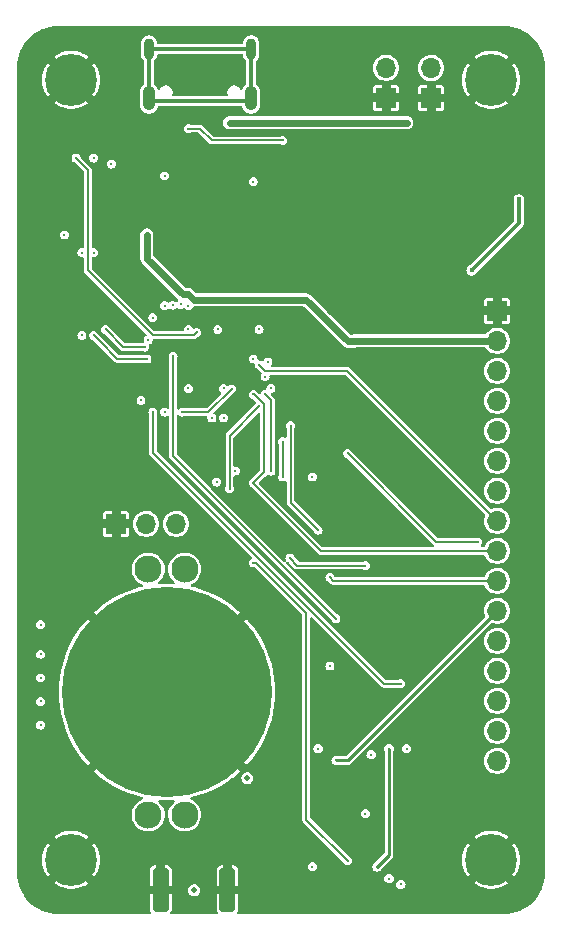
<source format=gbl>
G04 #@! TF.GenerationSoftware,KiCad,Pcbnew,8.0.1*
G04 #@! TF.CreationDate,2024-06-04T12:50:10-04:00*
G04 #@! TF.ProjectId,node_v3_1,6e6f6465-5f76-4335-9f31-2e6b69636164,rev?*
G04 #@! TF.SameCoordinates,Original*
G04 #@! TF.FileFunction,Copper,L4,Bot*
G04 #@! TF.FilePolarity,Positive*
%FSLAX46Y46*%
G04 Gerber Fmt 4.6, Leading zero omitted, Abs format (unit mm)*
G04 Created by KiCad (PCBNEW 8.0.1) date 2024-06-04 12:50:10*
%MOMM*%
%LPD*%
G01*
G04 APERTURE LIST*
G04 Aperture macros list*
%AMRoundRect*
0 Rectangle with rounded corners*
0 $1 Rounding radius*
0 $2 $3 $4 $5 $6 $7 $8 $9 X,Y pos of 4 corners*
0 Add a 4 corners polygon primitive as box body*
4,1,4,$2,$3,$4,$5,$6,$7,$8,$9,$2,$3,0*
0 Add four circle primitives for the rounded corners*
1,1,$1+$1,$2,$3*
1,1,$1+$1,$4,$5*
1,1,$1+$1,$6,$7*
1,1,$1+$1,$8,$9*
0 Add four rect primitives between the rounded corners*
20,1,$1+$1,$2,$3,$4,$5,0*
20,1,$1+$1,$4,$5,$6,$7,0*
20,1,$1+$1,$6,$7,$8,$9,0*
20,1,$1+$1,$8,$9,$2,$3,0*%
G04 Aperture macros list end*
G04 #@! TA.AperFunction,ComponentPad*
%ADD10C,4.400000*%
G04 #@! TD*
G04 #@! TA.AperFunction,ComponentPad*
%ADD11R,1.700000X1.700000*%
G04 #@! TD*
G04 #@! TA.AperFunction,ComponentPad*
%ADD12O,1.700000X1.700000*%
G04 #@! TD*
G04 #@! TA.AperFunction,SMDPad,CuDef*
%ADD13RoundRect,0.250000X-0.425000X-1.600000X0.425000X-1.600000X0.425000X1.600000X-0.425000X1.600000X0*%
G04 #@! TD*
G04 #@! TA.AperFunction,ComponentPad*
%ADD14O,1.050000X2.100000*%
G04 #@! TD*
G04 #@! TA.AperFunction,ComponentPad*
%ADD15O,0.900000X1.800000*%
G04 #@! TD*
G04 #@! TA.AperFunction,SMDPad,CuDef*
%ADD16C,17.800000*%
G04 #@! TD*
G04 #@! TA.AperFunction,ComponentPad*
%ADD17C,2.300000*%
G04 #@! TD*
G04 #@! TA.AperFunction,ViaPad*
%ADD18C,0.304800*%
G04 #@! TD*
G04 #@! TA.AperFunction,ViaPad*
%ADD19C,0.508000*%
G04 #@! TD*
G04 #@! TA.AperFunction,ViaPad*
%ADD20C,0.406400*%
G04 #@! TD*
G04 #@! TA.AperFunction,ViaPad*
%ADD21C,0.250000*%
G04 #@! TD*
G04 #@! TA.AperFunction,Conductor*
%ADD22C,0.152400*%
G04 #@! TD*
G04 #@! TA.AperFunction,Conductor*
%ADD23C,0.304800*%
G04 #@! TD*
G04 #@! TA.AperFunction,Conductor*
%ADD24C,0.254000*%
G04 #@! TD*
G04 #@! TA.AperFunction,Conductor*
%ADD25C,0.609600*%
G04 #@! TD*
G04 APERTURE END LIST*
D10*
X167640000Y-121920000D03*
X132080000Y-121920000D03*
X167640000Y-55880000D03*
X132080000Y-55880000D03*
D11*
X162560000Y-57409000D03*
D12*
X162560000Y-54869000D03*
D11*
X158750000Y-57404000D03*
D12*
X158750000Y-54864000D03*
D13*
X145319000Y-124464000D03*
X139669000Y-124464000D03*
D11*
X168148000Y-75438000D03*
D12*
X168148000Y-77978000D03*
X168148000Y-80518000D03*
X168148000Y-83058000D03*
X168148000Y-85598000D03*
X168148000Y-88138000D03*
X168148000Y-90678000D03*
X168148000Y-93218000D03*
X168148000Y-95758000D03*
X168148000Y-98298000D03*
X168148000Y-100838000D03*
X168148000Y-103378000D03*
X168148000Y-105918000D03*
X168148000Y-108458000D03*
X168148000Y-110998000D03*
X168148000Y-113538000D03*
D11*
X135890000Y-93472000D03*
D12*
X138430000Y-93472000D03*
X140970000Y-93472000D03*
D14*
X147322000Y-57430000D03*
X138682000Y-57430000D03*
D15*
X147322000Y-53250000D03*
X138682000Y-53250000D03*
D16*
X140208000Y-107696000D03*
D17*
X141708000Y-118096000D03*
X138608000Y-118096000D03*
X138608000Y-97296000D03*
X141708000Y-97296000D03*
D18*
X143002000Y-54864000D03*
X156464000Y-94234000D03*
D19*
X134112000Y-117094000D03*
X154940000Y-118110000D03*
X147574000Y-121412000D03*
X159004000Y-99568000D03*
X134620000Y-98298000D03*
X130302000Y-91948000D03*
X163830000Y-84582000D03*
X158242000Y-87376000D03*
X154686000Y-89662000D03*
X149352000Y-77216000D03*
X155194000Y-74422000D03*
X129540000Y-53086000D03*
X170180000Y-53340000D03*
X170180000Y-124460000D03*
X129540000Y-124460000D03*
D20*
X142240000Y-79502000D03*
X144272000Y-79502000D03*
X144272000Y-80264000D03*
X143256000Y-80264000D03*
X142240000Y-80264000D03*
X143256000Y-79502000D03*
X142240000Y-78486000D03*
X143256000Y-78486000D03*
X144272000Y-78486000D03*
X166000000Y-72000000D03*
X170000000Y-66000000D03*
D21*
X150000000Y-61000000D03*
X142000000Y-60000000D03*
X138000000Y-83000000D03*
X144402157Y-89925526D03*
X150611278Y-96361972D03*
X157000000Y-97000000D03*
X131000000Y-78000000D03*
X136000000Y-82000000D03*
X160000000Y-107000000D03*
X139000000Y-84000000D03*
X140000000Y-84000000D03*
X153000000Y-94000000D03*
X150658491Y-85151737D03*
X152500000Y-122500000D03*
X157000000Y-118000000D03*
X160500000Y-112500000D03*
X155500000Y-122000000D03*
X147500000Y-96774000D03*
D18*
X158000000Y-122500000D03*
X159000000Y-112500000D03*
D21*
X146000000Y-89000000D03*
X154000000Y-105500000D03*
X166500000Y-95000000D03*
X155500000Y-87500000D03*
X147500000Y-79500000D03*
X148750000Y-79750000D03*
X152500000Y-89500000D03*
D18*
X154519000Y-113500000D03*
D21*
X154000000Y-98000000D03*
D18*
X146000000Y-74500000D03*
D21*
X150000000Y-89500000D03*
X150000000Y-86500000D03*
X149000000Y-89000000D03*
X147500000Y-90000000D03*
X145500000Y-90500000D03*
X141500000Y-84000000D03*
X148000000Y-83500000D03*
X145677172Y-82033827D03*
X129500000Y-110500000D03*
X129500000Y-108500000D03*
X129500000Y-106500000D03*
X129500000Y-104500000D03*
X129500000Y-102000000D03*
X140715690Y-79277330D03*
X154500000Y-101500000D03*
X145000000Y-84500000D03*
X144000000Y-84500000D03*
X148500000Y-82500000D03*
X147500000Y-82500000D03*
X149000000Y-82000000D03*
X148500000Y-81000000D03*
X148000000Y-80000000D03*
X139000000Y-76000000D03*
X138603279Y-77896721D03*
X133000000Y-77500000D03*
X135000000Y-77000000D03*
X134000000Y-77500000D03*
X138500000Y-79500000D03*
X138297438Y-78500000D03*
X142000000Y-82000000D03*
X142000000Y-84500000D03*
X147500000Y-64500000D03*
X148000000Y-77000000D03*
X144500000Y-77000000D03*
X145000000Y-82000000D03*
X140000000Y-64000000D03*
X132500000Y-62500000D03*
X134000000Y-62500000D03*
X135500000Y-63000000D03*
X131500000Y-69000000D03*
X133000000Y-70500000D03*
X134000000Y-70500000D03*
X142000000Y-77000000D03*
X142725720Y-77249688D03*
X141359786Y-74877313D03*
X140676245Y-74953262D03*
X142000000Y-75000000D03*
X140000000Y-75000000D03*
D18*
X159000000Y-123500000D03*
X157500000Y-113000000D03*
X160000000Y-124000000D03*
X153000000Y-112500000D03*
D19*
X142500000Y-124500000D03*
X147000000Y-115000000D03*
X138500000Y-69000000D03*
X142000000Y-74025500D03*
X155500000Y-78000000D03*
X160500000Y-59500000D03*
D20*
X145500000Y-59500000D03*
D22*
X147774000Y-96774000D02*
X152000000Y-101000000D01*
X147500000Y-96774000D02*
X147774000Y-96774000D01*
X152000000Y-118500000D02*
X155500000Y-122000000D01*
X152000000Y-101000000D02*
X152000000Y-118500000D01*
X138297438Y-78500000D02*
X136500000Y-78500000D01*
X136500000Y-78500000D02*
X135000000Y-77000000D01*
D23*
X138682000Y-57430000D02*
X138682000Y-53250000D01*
X147322000Y-57430000D02*
X147090600Y-57661400D01*
X138913400Y-57661400D02*
X138682000Y-57430000D01*
X147090600Y-57661400D02*
X138913400Y-57661400D01*
X147322000Y-53250000D02*
X138682000Y-53250000D01*
X147322000Y-53250000D02*
X147322000Y-57430000D01*
X170000000Y-68000000D02*
X166000000Y-72000000D01*
X170000000Y-66000000D02*
X170000000Y-68000000D01*
D22*
X144000000Y-61000000D02*
X150000000Y-61000000D01*
X143000000Y-60000000D02*
X144000000Y-61000000D01*
X142000000Y-60000000D02*
X143000000Y-60000000D01*
X150611278Y-96361972D02*
X151249306Y-97000000D01*
X151249306Y-97000000D02*
X157000000Y-97000000D01*
X158573040Y-107000000D02*
X160000000Y-107000000D01*
X139000000Y-87426960D02*
X158573040Y-107000000D01*
X139000000Y-84000000D02*
X139000000Y-87426960D01*
X150658491Y-91658491D02*
X153000000Y-94000000D01*
X150658491Y-85151737D02*
X150658491Y-91658491D01*
D24*
X159000000Y-121500000D02*
X158000000Y-122500000D01*
X159000000Y-112500000D02*
X159000000Y-121500000D01*
X154519000Y-113500000D02*
X155486000Y-113500000D01*
X155486000Y-113500000D02*
X168148000Y-100838000D01*
D22*
X163000000Y-95000000D02*
X166500000Y-95000000D01*
X155500000Y-87500000D02*
X163000000Y-95000000D01*
X154298000Y-98298000D02*
X154000000Y-98000000D01*
X168148000Y-98298000D02*
X154298000Y-98298000D01*
X168148000Y-95758000D02*
X153258000Y-95758000D01*
X153258000Y-95758000D02*
X147500000Y-90000000D01*
X168148000Y-93218000D02*
X155430000Y-80500000D01*
X155430000Y-80500000D02*
X148500000Y-80500000D01*
X148500000Y-80500000D02*
X148000000Y-80000000D01*
D25*
X146000000Y-74500000D02*
X152000000Y-74500000D01*
D22*
X150000000Y-87000000D02*
X150000000Y-89500000D01*
X150000000Y-86500000D02*
X150000000Y-87000000D01*
X149000000Y-88500000D02*
X149000000Y-89000000D01*
X148500000Y-82500000D02*
X149000000Y-83000000D01*
X149000000Y-83000000D02*
X149000000Y-88500000D01*
X148405200Y-89094800D02*
X147500000Y-90000000D01*
X148405200Y-83332160D02*
X148405200Y-89094800D01*
X147573040Y-82500000D02*
X148405200Y-83332160D01*
X147500000Y-82500000D02*
X147573040Y-82500000D01*
X145500000Y-86000000D02*
X145500000Y-90500000D01*
X148000000Y-83500000D02*
X145500000Y-86000000D01*
X143710999Y-84000000D02*
X141500000Y-84000000D01*
X145677172Y-82033827D02*
X143710999Y-84000000D01*
X140715690Y-79277330D02*
X140715690Y-79331007D01*
X140715690Y-87715690D02*
X140715690Y-79277330D01*
X154500000Y-101500000D02*
X140715690Y-87715690D01*
X134500000Y-78000000D02*
X134000000Y-77500000D01*
X138500000Y-79500000D02*
X136000000Y-79500000D01*
X136000000Y-79500000D02*
X134500000Y-78000000D01*
X133500000Y-63500000D02*
X132500000Y-62500000D01*
X133500000Y-70000000D02*
X133500000Y-63500000D01*
X139000000Y-77500000D02*
X133500000Y-72000000D01*
X142725720Y-77249688D02*
X142475408Y-77500000D01*
X142475408Y-77500000D02*
X139000000Y-77500000D01*
X133500000Y-72000000D02*
X133500000Y-70000000D01*
D25*
X142000000Y-74025500D02*
X141525500Y-74025500D01*
X142474500Y-74500000D02*
X146000000Y-74500000D01*
X141525500Y-74025500D02*
X138500000Y-71000000D01*
X138500000Y-71000000D02*
X138500000Y-69000000D01*
X142000000Y-74025500D02*
X142474500Y-74500000D01*
X152000000Y-74500000D02*
X155500000Y-78000000D01*
X155500000Y-78000000D02*
X156000000Y-78000000D01*
X156000000Y-78000000D02*
X156022000Y-77978000D01*
X156022000Y-77978000D02*
X168148000Y-77978000D01*
X145500000Y-59500000D02*
X160500000Y-59500000D01*
G04 #@! TA.AperFunction,Conductor*
G36*
X146580691Y-53671807D02*
G01*
X146616655Y-53721307D01*
X146621500Y-53751900D01*
X146621500Y-53768995D01*
X146648420Y-53904327D01*
X146648420Y-53904329D01*
X146701222Y-54031806D01*
X146701228Y-54031817D01*
X146777885Y-54146541D01*
X146777893Y-54146550D01*
X146875460Y-54244116D01*
X146879220Y-54247202D01*
X146878455Y-54248133D01*
X146912977Y-54291915D01*
X146919100Y-54326191D01*
X146919100Y-56188606D01*
X146900193Y-56246797D01*
X146875103Y-56270921D01*
X146827646Y-56302631D01*
X146719633Y-56410644D01*
X146719630Y-56410648D01*
X146634760Y-56537663D01*
X146586210Y-56654874D01*
X146546473Y-56701400D01*
X146486978Y-56715683D01*
X146430450Y-56692268D01*
X146409011Y-56666491D01*
X146355715Y-56574179D01*
X146247821Y-56466285D01*
X146247818Y-56466283D01*
X146247816Y-56466281D01*
X146115681Y-56389993D01*
X146115682Y-56389993D01*
X146055092Y-56373758D01*
X145968293Y-56350500D01*
X145815707Y-56350500D01*
X145750720Y-56367913D01*
X145668317Y-56389993D01*
X145536183Y-56466281D01*
X145428281Y-56574183D01*
X145351993Y-56706317D01*
X145348586Y-56719033D01*
X145312500Y-56853707D01*
X145312500Y-57006293D01*
X145346686Y-57133879D01*
X145343485Y-57194978D01*
X145304980Y-57242528D01*
X145251060Y-57258500D01*
X140752940Y-57258500D01*
X140694749Y-57239593D01*
X140658785Y-57190093D01*
X140657313Y-57133879D01*
X140691500Y-57006293D01*
X140691500Y-56853707D01*
X140652008Y-56706322D01*
X140652006Y-56706319D01*
X140652006Y-56706317D01*
X140575718Y-56574183D01*
X140575716Y-56574181D01*
X140575715Y-56574179D01*
X140467821Y-56466285D01*
X140467818Y-56466283D01*
X140467816Y-56466281D01*
X140335681Y-56389993D01*
X140335682Y-56389993D01*
X140275092Y-56373758D01*
X140188293Y-56350500D01*
X140035707Y-56350500D01*
X139970720Y-56367913D01*
X139888317Y-56389993D01*
X139756183Y-56466281D01*
X139648281Y-56574183D01*
X139594989Y-56666488D01*
X139549519Y-56707429D01*
X139488669Y-56713825D01*
X139435681Y-56683232D01*
X139417789Y-56654873D01*
X139369240Y-56537665D01*
X139369240Y-56537664D01*
X139337716Y-56490486D01*
X139284370Y-56410648D01*
X139176352Y-56302630D01*
X139128897Y-56270921D01*
X139091019Y-56222870D01*
X139084900Y-56188606D01*
X139084900Y-54326191D01*
X139103807Y-54268000D01*
X139125071Y-54247557D01*
X139124780Y-54247202D01*
X139128539Y-54244116D01*
X139128538Y-54244116D01*
X139128542Y-54244114D01*
X139226114Y-54146542D01*
X139302775Y-54031811D01*
X139355580Y-53904328D01*
X139382500Y-53768993D01*
X139382500Y-53751900D01*
X139401407Y-53693709D01*
X139450907Y-53657745D01*
X139481500Y-53652900D01*
X146522500Y-53652900D01*
X146580691Y-53671807D01*
G37*
G04 #@! TD.AperFunction*
G04 #@! TA.AperFunction,Conductor*
G36*
X168722421Y-51300619D02*
G01*
X168751158Y-51302030D01*
X169058173Y-51317113D01*
X169067815Y-51318063D01*
X169397915Y-51367029D01*
X169407421Y-51368919D01*
X169731144Y-51450008D01*
X169740415Y-51452820D01*
X170054625Y-51565246D01*
X170063594Y-51568961D01*
X170365263Y-51711640D01*
X170373826Y-51716218D01*
X170660049Y-51887773D01*
X170668127Y-51893171D01*
X170936150Y-52091951D01*
X170943660Y-52098114D01*
X171190921Y-52322218D01*
X171197781Y-52329078D01*
X171323484Y-52467770D01*
X171421885Y-52576339D01*
X171428048Y-52583849D01*
X171626828Y-52851872D01*
X171632226Y-52859950D01*
X171803781Y-53146173D01*
X171808361Y-53154741D01*
X171951036Y-53456402D01*
X171954754Y-53465378D01*
X172067175Y-53779571D01*
X172069995Y-53788868D01*
X172151077Y-54112567D01*
X172152972Y-54122096D01*
X172201934Y-54452170D01*
X172202887Y-54461838D01*
X172219381Y-54797577D01*
X172219500Y-54802435D01*
X172219500Y-122997564D01*
X172219381Y-123002422D01*
X172202887Y-123338161D01*
X172201934Y-123347829D01*
X172152972Y-123677903D01*
X172151077Y-123687432D01*
X172069995Y-124011131D01*
X172067175Y-124020428D01*
X171954754Y-124334621D01*
X171951036Y-124343597D01*
X171808361Y-124645258D01*
X171803781Y-124653826D01*
X171632226Y-124940049D01*
X171626828Y-124948127D01*
X171428048Y-125216150D01*
X171421885Y-125223660D01*
X171197786Y-125470916D01*
X171190916Y-125477786D01*
X170943660Y-125701885D01*
X170936150Y-125708048D01*
X170668127Y-125906828D01*
X170660049Y-125912226D01*
X170373826Y-126083781D01*
X170365258Y-126088361D01*
X170063597Y-126231036D01*
X170054621Y-126234754D01*
X169740428Y-126347175D01*
X169731131Y-126349995D01*
X169407432Y-126431077D01*
X169397903Y-126432972D01*
X169067829Y-126481934D01*
X169058161Y-126482887D01*
X168722422Y-126499381D01*
X168717564Y-126499500D01*
X146240344Y-126499500D01*
X146182153Y-126480593D01*
X146146189Y-126431093D01*
X146146189Y-126369907D01*
X146161091Y-126341170D01*
X146187354Y-126306087D01*
X146237596Y-126171381D01*
X146237598Y-126171370D01*
X146244000Y-126111824D01*
X146244000Y-124839001D01*
X146243999Y-124839000D01*
X144394001Y-124839000D01*
X144394000Y-124839001D01*
X144394000Y-126111824D01*
X144393999Y-126111824D01*
X144400401Y-126171370D01*
X144400403Y-126171381D01*
X144450645Y-126306087D01*
X144476909Y-126341170D01*
X144496646Y-126399085D01*
X144478572Y-126457540D01*
X144429591Y-126494208D01*
X144397656Y-126499500D01*
X140590344Y-126499500D01*
X140532153Y-126480593D01*
X140496189Y-126431093D01*
X140496189Y-126369907D01*
X140511091Y-126341170D01*
X140537354Y-126306087D01*
X140587596Y-126171381D01*
X140587598Y-126171370D01*
X140594000Y-126111824D01*
X140594000Y-124839001D01*
X140593999Y-124839000D01*
X138744001Y-124839000D01*
X138744000Y-124839001D01*
X138744000Y-126111824D01*
X138743999Y-126111824D01*
X138750401Y-126171370D01*
X138750403Y-126171381D01*
X138800645Y-126306087D01*
X138826909Y-126341170D01*
X138846646Y-126399085D01*
X138828572Y-126457540D01*
X138779591Y-126494208D01*
X138747656Y-126499500D01*
X131002436Y-126499500D01*
X130997578Y-126499381D01*
X130661838Y-126482887D01*
X130652170Y-126481934D01*
X130322096Y-126432972D01*
X130312567Y-126431077D01*
X129988868Y-126349995D01*
X129979571Y-126347175D01*
X129665378Y-126234754D01*
X129656402Y-126231036D01*
X129354741Y-126088361D01*
X129346173Y-126083781D01*
X129059950Y-125912226D01*
X129051872Y-125906828D01*
X128783849Y-125708048D01*
X128776339Y-125701885D01*
X128529083Y-125477786D01*
X128522218Y-125470921D01*
X128298114Y-125223660D01*
X128291951Y-125216150D01*
X128134980Y-125004500D01*
X128093169Y-124948125D01*
X128087773Y-124940049D01*
X128054895Y-124885196D01*
X127916216Y-124653823D01*
X127911638Y-124645258D01*
X127842937Y-124500002D01*
X141990312Y-124500002D01*
X142010956Y-124643590D01*
X142010957Y-124643593D01*
X142010957Y-124643594D01*
X142010958Y-124643596D01*
X142071223Y-124775558D01*
X142166225Y-124885196D01*
X142288268Y-124963629D01*
X142395576Y-124995137D01*
X142427460Y-125004499D01*
X142427461Y-125004499D01*
X142427464Y-125004500D01*
X142427466Y-125004500D01*
X142572534Y-125004500D01*
X142572536Y-125004500D01*
X142711732Y-124963629D01*
X142833775Y-124885196D01*
X142928777Y-124775558D01*
X142989042Y-124643596D01*
X143009688Y-124500000D01*
X142996449Y-124407922D01*
X142989043Y-124356409D01*
X142989042Y-124356406D01*
X142989042Y-124356404D01*
X142928777Y-124224442D01*
X142833775Y-124114804D01*
X142793622Y-124088999D01*
X144394000Y-124088999D01*
X144394001Y-124089000D01*
X144943999Y-124089000D01*
X144944000Y-124088999D01*
X145694000Y-124088999D01*
X145694001Y-124089000D01*
X146243999Y-124089000D01*
X146244000Y-124088999D01*
X146244000Y-124000000D01*
X159592078Y-124000000D01*
X159612043Y-124126054D01*
X159612045Y-124126061D01*
X159669982Y-124239768D01*
X159669984Y-124239771D01*
X159760229Y-124330016D01*
X159760231Y-124330017D01*
X159873938Y-124387954D01*
X159873940Y-124387954D01*
X159873945Y-124387957D01*
X160000000Y-124407922D01*
X160126055Y-124387957D01*
X160239771Y-124330016D01*
X160330016Y-124239771D01*
X160387957Y-124126055D01*
X160407922Y-124000000D01*
X160387957Y-123873945D01*
X160387954Y-123873940D01*
X160387954Y-123873938D01*
X160330017Y-123760231D01*
X160330016Y-123760229D01*
X160239771Y-123669984D01*
X160239768Y-123669982D01*
X160126061Y-123612045D01*
X160126056Y-123612043D01*
X160126055Y-123612043D01*
X160000000Y-123592078D01*
X159873945Y-123612043D01*
X159873938Y-123612045D01*
X159760231Y-123669982D01*
X159669982Y-123760231D01*
X159612045Y-123873938D01*
X159612043Y-123873945D01*
X159592078Y-123999999D01*
X159592078Y-124000000D01*
X146244000Y-124000000D01*
X146244000Y-123500000D01*
X158592078Y-123500000D01*
X158612043Y-123626054D01*
X158612045Y-123626061D01*
X158669982Y-123739768D01*
X158669984Y-123739771D01*
X158760229Y-123830016D01*
X158760231Y-123830017D01*
X158873938Y-123887954D01*
X158873940Y-123887954D01*
X158873945Y-123887957D01*
X159000000Y-123907922D01*
X159126055Y-123887957D01*
X159239771Y-123830016D01*
X159330016Y-123739771D01*
X159387957Y-123626055D01*
X159407922Y-123500000D01*
X159387957Y-123373945D01*
X159387954Y-123373940D01*
X159387954Y-123373938D01*
X159330017Y-123260231D01*
X159330016Y-123260229D01*
X159239771Y-123169984D01*
X159239768Y-123169982D01*
X159126061Y-123112045D01*
X159126056Y-123112043D01*
X159126055Y-123112043D01*
X159000000Y-123092078D01*
X158873945Y-123112043D01*
X158873938Y-123112045D01*
X158760231Y-123169982D01*
X158669982Y-123260231D01*
X158612045Y-123373938D01*
X158612043Y-123373945D01*
X158592078Y-123499999D01*
X158592078Y-123500000D01*
X146244000Y-123500000D01*
X146244000Y-122816175D01*
X146237598Y-122756629D01*
X146237596Y-122756618D01*
X146187353Y-122621911D01*
X146187352Y-122621909D01*
X146101192Y-122506815D01*
X146101184Y-122506807D01*
X146092091Y-122500000D01*
X152119819Y-122500000D01*
X152138426Y-122617481D01*
X152138428Y-122617488D01*
X152170537Y-122680504D01*
X152192427Y-122723465D01*
X152276535Y-122807573D01*
X152276537Y-122807574D01*
X152382511Y-122861571D01*
X152382513Y-122861571D01*
X152382518Y-122861574D01*
X152500000Y-122880181D01*
X152617482Y-122861574D01*
X152723465Y-122807573D01*
X152807573Y-122723465D01*
X152861574Y-122617482D01*
X152880181Y-122500000D01*
X157592078Y-122500000D01*
X157596906Y-122530486D01*
X157612043Y-122626054D01*
X157612045Y-122626061D01*
X157669982Y-122739768D01*
X157669984Y-122739771D01*
X157760229Y-122830016D01*
X157760231Y-122830017D01*
X157873938Y-122887954D01*
X157873940Y-122887954D01*
X157873945Y-122887957D01*
X158000000Y-122907922D01*
X158126055Y-122887957D01*
X158239771Y-122830016D01*
X158330016Y-122739771D01*
X158360215Y-122680498D01*
X158378417Y-122655446D01*
X159113865Y-121920000D01*
X165185156Y-121920000D01*
X165204513Y-122227679D01*
X165262277Y-122530486D01*
X165262280Y-122530496D01*
X165357546Y-122823694D01*
X165488804Y-123102630D01*
X165488811Y-123102643D01*
X165653989Y-123362921D01*
X165659764Y-123369903D01*
X166643145Y-122386521D01*
X166699196Y-122496525D01*
X166800967Y-122636602D01*
X166923398Y-122759033D01*
X167063475Y-122860804D01*
X167173476Y-122916852D01*
X166193156Y-123897173D01*
X166324624Y-123992690D01*
X166324644Y-123992702D01*
X166594776Y-124141208D01*
X166594779Y-124141210D01*
X166881410Y-124254694D01*
X167180012Y-124331362D01*
X167485859Y-124370000D01*
X167794141Y-124370000D01*
X168099987Y-124331362D01*
X168398589Y-124254694D01*
X168685218Y-124141210D01*
X168955362Y-123992697D01*
X168955375Y-123992689D01*
X169086841Y-123897172D01*
X168106522Y-122916853D01*
X168216525Y-122860804D01*
X168356602Y-122759033D01*
X168479033Y-122636602D01*
X168580804Y-122496525D01*
X168636853Y-122386523D01*
X169620233Y-123369903D01*
X169626009Y-123362922D01*
X169626013Y-123362917D01*
X169791188Y-123102643D01*
X169791195Y-123102630D01*
X169922453Y-122823694D01*
X170017719Y-122530496D01*
X170017722Y-122530486D01*
X170075486Y-122227679D01*
X170094843Y-121920000D01*
X170075486Y-121612320D01*
X170017722Y-121309513D01*
X170017719Y-121309503D01*
X169922453Y-121016305D01*
X169791195Y-120737369D01*
X169791188Y-120737356D01*
X169626012Y-120477082D01*
X169626005Y-120477072D01*
X169620234Y-120470095D01*
X168636853Y-121453476D01*
X168580804Y-121343475D01*
X168479033Y-121203398D01*
X168356602Y-121080967D01*
X168216525Y-120979196D01*
X168106521Y-120923145D01*
X169086842Y-119942825D01*
X168955372Y-119847308D01*
X168955358Y-119847299D01*
X168685223Y-119698791D01*
X168685220Y-119698789D01*
X168398589Y-119585305D01*
X168099987Y-119508637D01*
X167794141Y-119470000D01*
X167485859Y-119470000D01*
X167180012Y-119508637D01*
X166881410Y-119585305D01*
X166594779Y-119698789D01*
X166594776Y-119698791D01*
X166324641Y-119847299D01*
X166324627Y-119847308D01*
X166193156Y-119942825D01*
X167173477Y-120923146D01*
X167063475Y-120979196D01*
X166923398Y-121080967D01*
X166800967Y-121203398D01*
X166699196Y-121343475D01*
X166643146Y-121453477D01*
X165659764Y-120470095D01*
X165653985Y-120477084D01*
X165488811Y-120737356D01*
X165488804Y-120737369D01*
X165357546Y-121016305D01*
X165262280Y-121309503D01*
X165262277Y-121309513D01*
X165204513Y-121612320D01*
X165185156Y-121920000D01*
X159113865Y-121920000D01*
X159302076Y-121731790D01*
X159351774Y-121645710D01*
X159377500Y-121549699D01*
X159377500Y-121450301D01*
X159377500Y-113538000D01*
X167042785Y-113538000D01*
X167061603Y-113741083D01*
X167117418Y-113937250D01*
X167208327Y-114119821D01*
X167331236Y-114282579D01*
X167481959Y-114419981D01*
X167655363Y-114527348D01*
X167845544Y-114601024D01*
X168046024Y-114638500D01*
X168249976Y-114638500D01*
X168450456Y-114601024D01*
X168640637Y-114527348D01*
X168814041Y-114419981D01*
X168964764Y-114282579D01*
X169087673Y-114119821D01*
X169178582Y-113937250D01*
X169234397Y-113741083D01*
X169253215Y-113538000D01*
X169234397Y-113334917D01*
X169178582Y-113138750D01*
X169087673Y-112956179D01*
X168964764Y-112793421D01*
X168814041Y-112656019D01*
X168640637Y-112548652D01*
X168450456Y-112474976D01*
X168450455Y-112474975D01*
X168450453Y-112474975D01*
X168249976Y-112437500D01*
X168046024Y-112437500D01*
X167845546Y-112474975D01*
X167780952Y-112499999D01*
X167655363Y-112548652D01*
X167530353Y-112626055D01*
X167481959Y-112656019D01*
X167331237Y-112793420D01*
X167208328Y-112956177D01*
X167208323Y-112956186D01*
X167123739Y-113126055D01*
X167117418Y-113138750D01*
X167061603Y-113334917D01*
X167042785Y-113538000D01*
X159377500Y-113538000D01*
X159377500Y-112670346D01*
X159386295Y-112633711D01*
X159385548Y-112633469D01*
X159387954Y-112626061D01*
X159387957Y-112626055D01*
X159407922Y-112500000D01*
X160119819Y-112500000D01*
X160134402Y-112592078D01*
X160138426Y-112617481D01*
X160138428Y-112617488D01*
X160192425Y-112723462D01*
X160192427Y-112723465D01*
X160276535Y-112807573D01*
X160276537Y-112807574D01*
X160382511Y-112861571D01*
X160382513Y-112861571D01*
X160382518Y-112861574D01*
X160500000Y-112880181D01*
X160617482Y-112861574D01*
X160723465Y-112807573D01*
X160807573Y-112723465D01*
X160861574Y-112617482D01*
X160880181Y-112500000D01*
X160861574Y-112382518D01*
X160861571Y-112382513D01*
X160861571Y-112382511D01*
X160807574Y-112276537D01*
X160807573Y-112276535D01*
X160723465Y-112192427D01*
X160723462Y-112192425D01*
X160617488Y-112138428D01*
X160617483Y-112138426D01*
X160617482Y-112138426D01*
X160500000Y-112119819D01*
X160382518Y-112138426D01*
X160382511Y-112138428D01*
X160276537Y-112192425D01*
X160192425Y-112276537D01*
X160138428Y-112382511D01*
X160138426Y-112382518D01*
X160123783Y-112474975D01*
X160119819Y-112500000D01*
X159407922Y-112500000D01*
X159387957Y-112373945D01*
X159387954Y-112373940D01*
X159387954Y-112373938D01*
X159330017Y-112260231D01*
X159330016Y-112260229D01*
X159239771Y-112169984D01*
X159239768Y-112169982D01*
X159126061Y-112112045D01*
X159126056Y-112112043D01*
X159126055Y-112112043D01*
X159000000Y-112092078D01*
X158873945Y-112112043D01*
X158873938Y-112112045D01*
X158760231Y-112169982D01*
X158669982Y-112260231D01*
X158612045Y-112373938D01*
X158612043Y-112373945D01*
X158592078Y-112499999D01*
X158592078Y-112500000D01*
X158612043Y-112626054D01*
X158614452Y-112633469D01*
X158613704Y-112633711D01*
X158622500Y-112670346D01*
X158622500Y-121302626D01*
X158603593Y-121360817D01*
X158593504Y-121372630D01*
X157844551Y-122121582D01*
X157819492Y-122139787D01*
X157760233Y-122169981D01*
X157760231Y-122169982D01*
X157669982Y-122260231D01*
X157612045Y-122373938D01*
X157612043Y-122373945D01*
X157592078Y-122500000D01*
X152880181Y-122500000D01*
X152861574Y-122382518D01*
X152861571Y-122382513D01*
X152861571Y-122382511D01*
X152807574Y-122276537D01*
X152807573Y-122276535D01*
X152723465Y-122192427D01*
X152723462Y-122192425D01*
X152617488Y-122138428D01*
X152617483Y-122138426D01*
X152617482Y-122138426D01*
X152500000Y-122119819D01*
X152382518Y-122138426D01*
X152382511Y-122138428D01*
X152276537Y-122192425D01*
X152192425Y-122276537D01*
X152138428Y-122382511D01*
X152138426Y-122382518D01*
X152119819Y-122499999D01*
X152119819Y-122500000D01*
X146092091Y-122500000D01*
X145986090Y-122420647D01*
X145986088Y-122420646D01*
X145851381Y-122370403D01*
X145851370Y-122370401D01*
X145791824Y-122364000D01*
X145694001Y-122364000D01*
X145694000Y-122364001D01*
X145694000Y-124088999D01*
X144944000Y-124088999D01*
X144944000Y-122364001D01*
X144943999Y-122364000D01*
X144846176Y-122364000D01*
X144786629Y-122370401D01*
X144786618Y-122370403D01*
X144651911Y-122420646D01*
X144651909Y-122420647D01*
X144536815Y-122506807D01*
X144536807Y-122506815D01*
X144450647Y-122621909D01*
X144450646Y-122621911D01*
X144400403Y-122756618D01*
X144400401Y-122756629D01*
X144394000Y-122816175D01*
X144394000Y-124088999D01*
X142793622Y-124088999D01*
X142711732Y-124036371D01*
X142711729Y-124036370D01*
X142572539Y-123995500D01*
X142572536Y-123995500D01*
X142427464Y-123995500D01*
X142427460Y-123995500D01*
X142288270Y-124036370D01*
X142288267Y-124036371D01*
X142166226Y-124114803D01*
X142166224Y-124114805D01*
X142071224Y-124224440D01*
X142071223Y-124224441D01*
X142071223Y-124224442D01*
X142057407Y-124254694D01*
X142010957Y-124356406D01*
X142010956Y-124356409D01*
X141990312Y-124499997D01*
X141990312Y-124500002D01*
X127842937Y-124500002D01*
X127799386Y-124407922D01*
X127768961Y-124343594D01*
X127765245Y-124334621D01*
X127763598Y-124330017D01*
X127652820Y-124020415D01*
X127650008Y-124011144D01*
X127568919Y-123687421D01*
X127567029Y-123677915D01*
X127518063Y-123347815D01*
X127517113Y-123338173D01*
X127500619Y-123002421D01*
X127500500Y-122997564D01*
X127500500Y-121920000D01*
X129625156Y-121920000D01*
X129644513Y-122227679D01*
X129702277Y-122530486D01*
X129702280Y-122530496D01*
X129797546Y-122823694D01*
X129928804Y-123102630D01*
X129928811Y-123102643D01*
X130093989Y-123362921D01*
X130099764Y-123369903D01*
X131083145Y-122386521D01*
X131139196Y-122496525D01*
X131240967Y-122636602D01*
X131363398Y-122759033D01*
X131503475Y-122860804D01*
X131613476Y-122916852D01*
X130633156Y-123897173D01*
X130764624Y-123992690D01*
X130764644Y-123992702D01*
X131034776Y-124141208D01*
X131034779Y-124141210D01*
X131321410Y-124254694D01*
X131620012Y-124331362D01*
X131925859Y-124370000D01*
X132234141Y-124370000D01*
X132539987Y-124331362D01*
X132838589Y-124254694D01*
X133125218Y-124141210D01*
X133220189Y-124088999D01*
X138744000Y-124088999D01*
X138744001Y-124089000D01*
X139293999Y-124089000D01*
X139294000Y-124088999D01*
X140044000Y-124088999D01*
X140044001Y-124089000D01*
X140593999Y-124089000D01*
X140594000Y-124088999D01*
X140594000Y-122816175D01*
X140587598Y-122756629D01*
X140587596Y-122756618D01*
X140537353Y-122621911D01*
X140537352Y-122621909D01*
X140451192Y-122506815D01*
X140451184Y-122506807D01*
X140336090Y-122420647D01*
X140336088Y-122420646D01*
X140201381Y-122370403D01*
X140201370Y-122370401D01*
X140141824Y-122364000D01*
X140044001Y-122364000D01*
X140044000Y-122364001D01*
X140044000Y-124088999D01*
X139294000Y-124088999D01*
X139294000Y-122364001D01*
X139293999Y-122364000D01*
X139196176Y-122364000D01*
X139136629Y-122370401D01*
X139136618Y-122370403D01*
X139001911Y-122420646D01*
X139001909Y-122420647D01*
X138886815Y-122506807D01*
X138886807Y-122506815D01*
X138800647Y-122621909D01*
X138800646Y-122621911D01*
X138750403Y-122756618D01*
X138750401Y-122756629D01*
X138744000Y-122816175D01*
X138744000Y-124088999D01*
X133220189Y-124088999D01*
X133395362Y-123992697D01*
X133395375Y-123992689D01*
X133526841Y-123897172D01*
X132546522Y-122916853D01*
X132656525Y-122860804D01*
X132796602Y-122759033D01*
X132919033Y-122636602D01*
X133020804Y-122496525D01*
X133076853Y-122386523D01*
X134060233Y-123369903D01*
X134066009Y-123362922D01*
X134066013Y-123362917D01*
X134231188Y-123102643D01*
X134231195Y-123102630D01*
X134362453Y-122823694D01*
X134457719Y-122530496D01*
X134457722Y-122530486D01*
X134515486Y-122227679D01*
X134534843Y-121920000D01*
X134515486Y-121612320D01*
X134457722Y-121309513D01*
X134457719Y-121309503D01*
X134362453Y-121016305D01*
X134231195Y-120737369D01*
X134231188Y-120737356D01*
X134066012Y-120477082D01*
X134066005Y-120477072D01*
X134060234Y-120470095D01*
X133076853Y-121453476D01*
X133020804Y-121343475D01*
X132919033Y-121203398D01*
X132796602Y-121080967D01*
X132656525Y-120979196D01*
X132546521Y-120923145D01*
X133526842Y-119942825D01*
X133395372Y-119847308D01*
X133395358Y-119847299D01*
X133125223Y-119698791D01*
X133125220Y-119698789D01*
X132838589Y-119585305D01*
X132539987Y-119508637D01*
X132234141Y-119470000D01*
X131925859Y-119470000D01*
X131620012Y-119508637D01*
X131321410Y-119585305D01*
X131034779Y-119698789D01*
X131034776Y-119698791D01*
X130764641Y-119847299D01*
X130764627Y-119847308D01*
X130633156Y-119942825D01*
X131613477Y-120923146D01*
X131503475Y-120979196D01*
X131363398Y-121080967D01*
X131240967Y-121203398D01*
X131139196Y-121343475D01*
X131083146Y-121453477D01*
X130099764Y-120470095D01*
X130093985Y-120477084D01*
X129928811Y-120737356D01*
X129928804Y-120737369D01*
X129797546Y-121016305D01*
X129702280Y-121309503D01*
X129702277Y-121309513D01*
X129644513Y-121612320D01*
X129625156Y-121920000D01*
X127500500Y-121920000D01*
X127500500Y-114425977D01*
X134008352Y-114425977D01*
X134171743Y-114579010D01*
X134171755Y-114579021D01*
X134634837Y-114959063D01*
X134634846Y-114959069D01*
X135121817Y-115308028D01*
X135630558Y-115624383D01*
X135630572Y-115624391D01*
X136158878Y-115906776D01*
X136704575Y-116154028D01*
X137265263Y-116365056D01*
X137838538Y-116538956D01*
X138093717Y-116598455D01*
X138146095Y-116630082D01*
X138169879Y-116686456D01*
X138155985Y-116746043D01*
X138109721Y-116786083D01*
X138103383Y-116788505D01*
X138043497Y-116809064D01*
X138043495Y-116809064D01*
X138043492Y-116809066D01*
X137839373Y-116919530D01*
X137839370Y-116919532D01*
X137656219Y-117062084D01*
X137499020Y-117232848D01*
X137372075Y-117427153D01*
X137278843Y-117639701D01*
X137221865Y-117864696D01*
X137202700Y-118096000D01*
X137221865Y-118327303D01*
X137249985Y-118438344D01*
X137278843Y-118552300D01*
X137372076Y-118764849D01*
X137499021Y-118959153D01*
X137656216Y-119129913D01*
X137839374Y-119272470D01*
X138043497Y-119382936D01*
X138263019Y-119458298D01*
X138491951Y-119496500D01*
X138724049Y-119496500D01*
X138952981Y-119458298D01*
X139172503Y-119382936D01*
X139376626Y-119272470D01*
X139559784Y-119129913D01*
X139716979Y-118959153D01*
X139843924Y-118764849D01*
X139937157Y-118552300D01*
X139994134Y-118327305D01*
X140013300Y-118096000D01*
X139994134Y-117864695D01*
X139937157Y-117639700D01*
X139843924Y-117427151D01*
X139716979Y-117232847D01*
X139559784Y-117062087D01*
X139546257Y-117051558D01*
X139483200Y-117002479D01*
X139448892Y-116951817D01*
X139450916Y-116890665D01*
X139488497Y-116842381D01*
X139547281Y-116825408D01*
X139553712Y-116825831D01*
X139609235Y-116831300D01*
X139609242Y-116831301D01*
X140207999Y-116850901D01*
X140759181Y-116832858D01*
X140817959Y-116849851D01*
X140855523Y-116898148D01*
X140857525Y-116959301D01*
X140823227Y-117009930D01*
X140756219Y-117062084D01*
X140599020Y-117232848D01*
X140472075Y-117427153D01*
X140378843Y-117639701D01*
X140321865Y-117864696D01*
X140302700Y-118096000D01*
X140321865Y-118327303D01*
X140349985Y-118438344D01*
X140378843Y-118552300D01*
X140472076Y-118764849D01*
X140599021Y-118959153D01*
X140756216Y-119129913D01*
X140939374Y-119272470D01*
X141143497Y-119382936D01*
X141363019Y-119458298D01*
X141591951Y-119496500D01*
X141824049Y-119496500D01*
X142052981Y-119458298D01*
X142272503Y-119382936D01*
X142476626Y-119272470D01*
X142659784Y-119129913D01*
X142816979Y-118959153D01*
X142943924Y-118764849D01*
X143037157Y-118552300D01*
X143094134Y-118327305D01*
X143113300Y-118096000D01*
X143094134Y-117864695D01*
X143037157Y-117639700D01*
X142943924Y-117427151D01*
X142816979Y-117232847D01*
X142659784Y-117062087D01*
X142476626Y-116919530D01*
X142347871Y-116849851D01*
X142272507Y-116809066D01*
X142272506Y-116809065D01*
X142272503Y-116809064D01*
X142253062Y-116802390D01*
X142204165Y-116765613D01*
X142186224Y-116707117D01*
X142206091Y-116649247D01*
X142256179Y-116614107D01*
X142262730Y-116612341D01*
X142577461Y-116538956D01*
X143150736Y-116365056D01*
X143711424Y-116154028D01*
X144257121Y-115906776D01*
X144785427Y-115624391D01*
X144785441Y-115624383D01*
X145294182Y-115308028D01*
X145724031Y-115000002D01*
X146490312Y-115000002D01*
X146510956Y-115143590D01*
X146510957Y-115143593D01*
X146510957Y-115143594D01*
X146510958Y-115143596D01*
X146571223Y-115275558D01*
X146666225Y-115385196D01*
X146788268Y-115463629D01*
X146895576Y-115495137D01*
X146927460Y-115504499D01*
X146927461Y-115504499D01*
X146927464Y-115504500D01*
X146927466Y-115504500D01*
X147072534Y-115504500D01*
X147072536Y-115504500D01*
X147211732Y-115463629D01*
X147333775Y-115385196D01*
X147428777Y-115275558D01*
X147489042Y-115143596D01*
X147509688Y-115000000D01*
X147503802Y-114959063D01*
X147489043Y-114856409D01*
X147489042Y-114856406D01*
X147489042Y-114856404D01*
X147428777Y-114724442D01*
X147333775Y-114614804D01*
X147211732Y-114536371D01*
X147211729Y-114536370D01*
X147072539Y-114495500D01*
X147072536Y-114495500D01*
X146927464Y-114495500D01*
X146927460Y-114495500D01*
X146788270Y-114536370D01*
X146788267Y-114536371D01*
X146666226Y-114614803D01*
X146666224Y-114614805D01*
X146571224Y-114724440D01*
X146510957Y-114856406D01*
X146510956Y-114856409D01*
X146490312Y-114999997D01*
X146490312Y-115000002D01*
X145724031Y-115000002D01*
X145781153Y-114959069D01*
X145781162Y-114959063D01*
X146244244Y-114579021D01*
X146244256Y-114579010D01*
X146407646Y-114425977D01*
X140207999Y-108226330D01*
X134008352Y-114425977D01*
X127500500Y-114425977D01*
X127500500Y-110500000D01*
X129119819Y-110500000D01*
X129138426Y-110617481D01*
X129138428Y-110617488D01*
X129149255Y-110638736D01*
X129192427Y-110723465D01*
X129276535Y-110807573D01*
X129276537Y-110807574D01*
X129382511Y-110861571D01*
X129382513Y-110861571D01*
X129382518Y-110861574D01*
X129500000Y-110880181D01*
X129617482Y-110861574D01*
X129723465Y-110807573D01*
X129807573Y-110723465D01*
X129861574Y-110617482D01*
X129880181Y-110500000D01*
X129861574Y-110382518D01*
X129861571Y-110382513D01*
X129861571Y-110382511D01*
X129807574Y-110276537D01*
X129807573Y-110276535D01*
X129723465Y-110192427D01*
X129723462Y-110192425D01*
X129617488Y-110138428D01*
X129617483Y-110138426D01*
X129617482Y-110138426D01*
X129500000Y-110119819D01*
X129382518Y-110138426D01*
X129382511Y-110138428D01*
X129276537Y-110192425D01*
X129192425Y-110276537D01*
X129138428Y-110382511D01*
X129138426Y-110382518D01*
X129119819Y-110499999D01*
X129119819Y-110500000D01*
X127500500Y-110500000D01*
X127500500Y-108500000D01*
X129119819Y-108500000D01*
X129138426Y-108617481D01*
X129138428Y-108617488D01*
X129192425Y-108723462D01*
X129192427Y-108723465D01*
X129276535Y-108807573D01*
X129276537Y-108807574D01*
X129382511Y-108861571D01*
X129382513Y-108861571D01*
X129382518Y-108861574D01*
X129500000Y-108880181D01*
X129617482Y-108861574D01*
X129723465Y-108807573D01*
X129807573Y-108723465D01*
X129861574Y-108617482D01*
X129880181Y-108500000D01*
X129861574Y-108382518D01*
X129861571Y-108382513D01*
X129861571Y-108382511D01*
X129807574Y-108276537D01*
X129807573Y-108276535D01*
X129723465Y-108192427D01*
X129723462Y-108192425D01*
X129617488Y-108138428D01*
X129617483Y-108138426D01*
X129617482Y-108138426D01*
X129500000Y-108119819D01*
X129382518Y-108138426D01*
X129382511Y-108138428D01*
X129276537Y-108192425D01*
X129192425Y-108276537D01*
X129138428Y-108382511D01*
X129138426Y-108382518D01*
X129119819Y-108499999D01*
X129119819Y-108500000D01*
X127500500Y-108500000D01*
X127500500Y-107696000D01*
X131053098Y-107696000D01*
X131072698Y-108294752D01*
X131072699Y-108294770D01*
X131131419Y-108890957D01*
X131229006Y-109482031D01*
X131229008Y-109482040D01*
X131365044Y-110065464D01*
X131538943Y-110638736D01*
X131749971Y-111199424D01*
X131997223Y-111745121D01*
X132279608Y-112273427D01*
X132279616Y-112273441D01*
X132595971Y-112782182D01*
X132944930Y-113269153D01*
X132944936Y-113269162D01*
X133324978Y-113732244D01*
X133324989Y-113732256D01*
X133478021Y-113895646D01*
X139677668Y-107695999D01*
X140738330Y-107695999D01*
X146937977Y-113895646D01*
X147091010Y-113732256D01*
X147091021Y-113732244D01*
X147471063Y-113269162D01*
X147471069Y-113269153D01*
X147820028Y-112782182D01*
X148136383Y-112273441D01*
X148136391Y-112273427D01*
X148418776Y-111745121D01*
X148666028Y-111199424D01*
X148877056Y-110638736D01*
X149050955Y-110065464D01*
X149186991Y-109482040D01*
X149186993Y-109482031D01*
X149284580Y-108890957D01*
X149343300Y-108294770D01*
X149343301Y-108294752D01*
X149362902Y-107696000D01*
X149362902Y-107695999D01*
X149343301Y-107097247D01*
X149343300Y-107097229D01*
X149284580Y-106501042D01*
X149186993Y-105909968D01*
X149186991Y-105909959D01*
X149050955Y-105326535D01*
X148877056Y-104753263D01*
X148666028Y-104192575D01*
X148418776Y-103646878D01*
X148136391Y-103118572D01*
X148136383Y-103118558D01*
X147820028Y-102609817D01*
X147471069Y-102122846D01*
X147471063Y-102122837D01*
X147091021Y-101659755D01*
X147091010Y-101659743D01*
X146937977Y-101496352D01*
X140738330Y-107695999D01*
X139677668Y-107695999D01*
X133478021Y-101496352D01*
X133324988Y-101659744D01*
X133324978Y-101659755D01*
X132944936Y-102122837D01*
X132944930Y-102122846D01*
X132595971Y-102609817D01*
X132279616Y-103118558D01*
X132279608Y-103118572D01*
X131997223Y-103646878D01*
X131749971Y-104192575D01*
X131538943Y-104753263D01*
X131365044Y-105326535D01*
X131229008Y-105909959D01*
X131229006Y-105909968D01*
X131131419Y-106501042D01*
X131072699Y-107097229D01*
X131072698Y-107097247D01*
X131053098Y-107695999D01*
X131053098Y-107696000D01*
X127500500Y-107696000D01*
X127500500Y-106500000D01*
X129119819Y-106500000D01*
X129138426Y-106617481D01*
X129138428Y-106617488D01*
X129176611Y-106692425D01*
X129192427Y-106723465D01*
X129276535Y-106807573D01*
X129276537Y-106807574D01*
X129382511Y-106861571D01*
X129382513Y-106861571D01*
X129382518Y-106861574D01*
X129500000Y-106880181D01*
X129617482Y-106861574D01*
X129723465Y-106807573D01*
X129807573Y-106723465D01*
X129861574Y-106617482D01*
X129880181Y-106500000D01*
X129880151Y-106499813D01*
X129877636Y-106483936D01*
X129861574Y-106382518D01*
X129861571Y-106382513D01*
X129861571Y-106382511D01*
X129807574Y-106276537D01*
X129807573Y-106276535D01*
X129723465Y-106192427D01*
X129723462Y-106192425D01*
X129617488Y-106138428D01*
X129617483Y-106138426D01*
X129617482Y-106138426D01*
X129500000Y-106119819D01*
X129382518Y-106138426D01*
X129382511Y-106138428D01*
X129276537Y-106192425D01*
X129192425Y-106276537D01*
X129138428Y-106382511D01*
X129138426Y-106382518D01*
X129119819Y-106499999D01*
X129119819Y-106500000D01*
X127500500Y-106500000D01*
X127500500Y-104500000D01*
X129119819Y-104500000D01*
X129138426Y-104617481D01*
X129138428Y-104617488D01*
X129192425Y-104723462D01*
X129192427Y-104723465D01*
X129276535Y-104807573D01*
X129276537Y-104807574D01*
X129382511Y-104861571D01*
X129382513Y-104861571D01*
X129382518Y-104861574D01*
X129500000Y-104880181D01*
X129617482Y-104861574D01*
X129723465Y-104807573D01*
X129807573Y-104723465D01*
X129861574Y-104617482D01*
X129880181Y-104500000D01*
X129861574Y-104382518D01*
X129861571Y-104382513D01*
X129861571Y-104382511D01*
X129807574Y-104276537D01*
X129807573Y-104276535D01*
X129723465Y-104192427D01*
X129723462Y-104192425D01*
X129617488Y-104138428D01*
X129617483Y-104138426D01*
X129617482Y-104138426D01*
X129500000Y-104119819D01*
X129382518Y-104138426D01*
X129382511Y-104138428D01*
X129276537Y-104192425D01*
X129192425Y-104276537D01*
X129138428Y-104382511D01*
X129138426Y-104382518D01*
X129119819Y-104499999D01*
X129119819Y-104500000D01*
X127500500Y-104500000D01*
X127500500Y-102000000D01*
X129119819Y-102000000D01*
X129138426Y-102117481D01*
X129138428Y-102117488D01*
X129192425Y-102223462D01*
X129192427Y-102223465D01*
X129276535Y-102307573D01*
X129276537Y-102307574D01*
X129382511Y-102361571D01*
X129382513Y-102361571D01*
X129382518Y-102361574D01*
X129500000Y-102380181D01*
X129617482Y-102361574D01*
X129723465Y-102307573D01*
X129807573Y-102223465D01*
X129858841Y-102122846D01*
X129861571Y-102117488D01*
X129861571Y-102117487D01*
X129861574Y-102117482D01*
X129880181Y-102000000D01*
X129861574Y-101882518D01*
X129861571Y-101882513D01*
X129861571Y-101882511D01*
X129807574Y-101776537D01*
X129807573Y-101776535D01*
X129723465Y-101692427D01*
X129723462Y-101692425D01*
X129617488Y-101638428D01*
X129617483Y-101638426D01*
X129617482Y-101638426D01*
X129500000Y-101619819D01*
X129382518Y-101638426D01*
X129382511Y-101638428D01*
X129276537Y-101692425D01*
X129192425Y-101776537D01*
X129138428Y-101882511D01*
X129138426Y-101882518D01*
X129119819Y-101999999D01*
X129119819Y-102000000D01*
X127500500Y-102000000D01*
X127500500Y-100966021D01*
X134008352Y-100966021D01*
X140207999Y-107165668D01*
X146407646Y-100966021D01*
X146244256Y-100812989D01*
X146244244Y-100812978D01*
X145781162Y-100432936D01*
X145781153Y-100432930D01*
X145294182Y-100083971D01*
X144785441Y-99767616D01*
X144785427Y-99767608D01*
X144257121Y-99485223D01*
X143711424Y-99237971D01*
X143150736Y-99026943D01*
X142577464Y-98853044D01*
X142262729Y-98779658D01*
X142210352Y-98748031D01*
X142186568Y-98691657D01*
X142200462Y-98632070D01*
X142246727Y-98592030D01*
X142253031Y-98589620D01*
X142272503Y-98582936D01*
X142476626Y-98472470D01*
X142659784Y-98329913D01*
X142816979Y-98159153D01*
X142943924Y-97964849D01*
X143037157Y-97752300D01*
X143094134Y-97527305D01*
X143113300Y-97296000D01*
X143094134Y-97064695D01*
X143037157Y-96839700D01*
X142943924Y-96627151D01*
X142816979Y-96432847D01*
X142659784Y-96262087D01*
X142613486Y-96226052D01*
X142476629Y-96119532D01*
X142476626Y-96119530D01*
X142272506Y-96009065D01*
X142193059Y-95981791D01*
X142052981Y-95933702D01*
X142052978Y-95933701D01*
X142052977Y-95933701D01*
X141824049Y-95895500D01*
X141591951Y-95895500D01*
X141363022Y-95933701D01*
X141143493Y-96009065D01*
X140939373Y-96119530D01*
X140939370Y-96119532D01*
X140756219Y-96262084D01*
X140756216Y-96262086D01*
X140756216Y-96262087D01*
X140599021Y-96432847D01*
X140476867Y-96619819D01*
X140472075Y-96627153D01*
X140459197Y-96656511D01*
X140407663Y-96773999D01*
X140378843Y-96839701D01*
X140321865Y-97064696D01*
X140302700Y-97296000D01*
X140321865Y-97527303D01*
X140345294Y-97619819D01*
X140378843Y-97752300D01*
X140472076Y-97964849D01*
X140599021Y-98159153D01*
X140756216Y-98329913D01*
X140823227Y-98382070D01*
X140857534Y-98432731D01*
X140855512Y-98493883D01*
X140817931Y-98542167D01*
X140759181Y-98559141D01*
X140208000Y-98541098D01*
X139609247Y-98560698D01*
X139609229Y-98560699D01*
X139553711Y-98566168D01*
X139493947Y-98553056D01*
X139453304Y-98507319D01*
X139447307Y-98446428D01*
X139478246Y-98393642D01*
X139483191Y-98389527D01*
X139559784Y-98329913D01*
X139716979Y-98159153D01*
X139843924Y-97964849D01*
X139937157Y-97752300D01*
X139994134Y-97527305D01*
X140013300Y-97296000D01*
X139994134Y-97064695D01*
X139937157Y-96839700D01*
X139843924Y-96627151D01*
X139716979Y-96432847D01*
X139559784Y-96262087D01*
X139513486Y-96226052D01*
X139376629Y-96119532D01*
X139376626Y-96119530D01*
X139172506Y-96009065D01*
X139093059Y-95981791D01*
X138952981Y-95933702D01*
X138952978Y-95933701D01*
X138952977Y-95933701D01*
X138724049Y-95895500D01*
X138491951Y-95895500D01*
X138263022Y-95933701D01*
X138043493Y-96009065D01*
X137839373Y-96119530D01*
X137839370Y-96119532D01*
X137656219Y-96262084D01*
X137656216Y-96262086D01*
X137656216Y-96262087D01*
X137499021Y-96432847D01*
X137376867Y-96619819D01*
X137372075Y-96627153D01*
X137359197Y-96656511D01*
X137307663Y-96773999D01*
X137278843Y-96839701D01*
X137221865Y-97064696D01*
X137202700Y-97296000D01*
X137221865Y-97527303D01*
X137245294Y-97619819D01*
X137278843Y-97752300D01*
X137372076Y-97964849D01*
X137499021Y-98159153D01*
X137656216Y-98329913D01*
X137839374Y-98472470D01*
X137966187Y-98541098D01*
X138000052Y-98559425D01*
X138043497Y-98582936D01*
X138103383Y-98603495D01*
X138152281Y-98640271D01*
X138170223Y-98698767D01*
X138150357Y-98756637D01*
X138100269Y-98791777D01*
X138093718Y-98793544D01*
X137838535Y-98853044D01*
X137265263Y-99026943D01*
X136704575Y-99237971D01*
X136158878Y-99485223D01*
X135630572Y-99767608D01*
X135630558Y-99767616D01*
X135121817Y-100083971D01*
X134634846Y-100432930D01*
X134634837Y-100432936D01*
X134171755Y-100812978D01*
X134171744Y-100812988D01*
X134008352Y-100966021D01*
X127500500Y-100966021D01*
X127500500Y-94346624D01*
X134790000Y-94346624D01*
X134804506Y-94419546D01*
X134804507Y-94419548D01*
X134859758Y-94502237D01*
X134859762Y-94502241D01*
X134942451Y-94557492D01*
X134942453Y-94557493D01*
X135015375Y-94571999D01*
X135015377Y-94572000D01*
X135514999Y-94572000D01*
X135515000Y-94571999D01*
X136265000Y-94571999D01*
X136265001Y-94572000D01*
X136764623Y-94572000D01*
X136764624Y-94571999D01*
X136837546Y-94557493D01*
X136837548Y-94557492D01*
X136920237Y-94502241D01*
X136920241Y-94502237D01*
X136975492Y-94419548D01*
X136975493Y-94419546D01*
X136989999Y-94346624D01*
X136990000Y-94346622D01*
X136990000Y-93847001D01*
X136989999Y-93847000D01*
X136265001Y-93847000D01*
X136265000Y-93847001D01*
X136265000Y-94571999D01*
X135515000Y-94571999D01*
X135515000Y-93847001D01*
X135514999Y-93847000D01*
X134790001Y-93847000D01*
X134790000Y-93847001D01*
X134790000Y-94346624D01*
X127500500Y-94346624D01*
X127500500Y-93537826D01*
X135390000Y-93537826D01*
X135424075Y-93664993D01*
X135489901Y-93779007D01*
X135582993Y-93872099D01*
X135697007Y-93937925D01*
X135824174Y-93972000D01*
X135955826Y-93972000D01*
X136082993Y-93937925D01*
X136197007Y-93872099D01*
X136290099Y-93779007D01*
X136355925Y-93664993D01*
X136390000Y-93537826D01*
X136390000Y-93472000D01*
X137324785Y-93472000D01*
X137343603Y-93675083D01*
X137399418Y-93871250D01*
X137490327Y-94053821D01*
X137613236Y-94216579D01*
X137763959Y-94353981D01*
X137937363Y-94461348D01*
X138127544Y-94535024D01*
X138328024Y-94572500D01*
X138531976Y-94572500D01*
X138732456Y-94535024D01*
X138922637Y-94461348D01*
X139096041Y-94353981D01*
X139246764Y-94216579D01*
X139369673Y-94053821D01*
X139460582Y-93871250D01*
X139516397Y-93675083D01*
X139535215Y-93472000D01*
X139864785Y-93472000D01*
X139883603Y-93675083D01*
X139939418Y-93871250D01*
X140030327Y-94053821D01*
X140153236Y-94216579D01*
X140303959Y-94353981D01*
X140477363Y-94461348D01*
X140667544Y-94535024D01*
X140868024Y-94572500D01*
X141071976Y-94572500D01*
X141272456Y-94535024D01*
X141462637Y-94461348D01*
X141636041Y-94353981D01*
X141786764Y-94216579D01*
X141909673Y-94053821D01*
X142000582Y-93871250D01*
X142056397Y-93675083D01*
X142075215Y-93472000D01*
X142056397Y-93268917D01*
X142000582Y-93072750D01*
X141909673Y-92890179D01*
X141786764Y-92727421D01*
X141636041Y-92590019D01*
X141462637Y-92482652D01*
X141272456Y-92408976D01*
X141272455Y-92408975D01*
X141272453Y-92408975D01*
X141071976Y-92371500D01*
X140868024Y-92371500D01*
X140667546Y-92408975D01*
X140597632Y-92436059D01*
X140477363Y-92482652D01*
X140303959Y-92590019D01*
X140153237Y-92727420D01*
X140030328Y-92890177D01*
X140030323Y-92890186D01*
X139939419Y-93072747D01*
X139939418Y-93072750D01*
X139883603Y-93268917D01*
X139864785Y-93472000D01*
X139535215Y-93472000D01*
X139516397Y-93268917D01*
X139460582Y-93072750D01*
X139369673Y-92890179D01*
X139246764Y-92727421D01*
X139096041Y-92590019D01*
X138922637Y-92482652D01*
X138732456Y-92408976D01*
X138732455Y-92408975D01*
X138732453Y-92408975D01*
X138531976Y-92371500D01*
X138328024Y-92371500D01*
X138127546Y-92408975D01*
X138057632Y-92436059D01*
X137937363Y-92482652D01*
X137763959Y-92590019D01*
X137613237Y-92727420D01*
X137490328Y-92890177D01*
X137490323Y-92890186D01*
X137399419Y-93072747D01*
X137399418Y-93072750D01*
X137343603Y-93268917D01*
X137324785Y-93472000D01*
X136390000Y-93472000D01*
X136390000Y-93406174D01*
X136355925Y-93279007D01*
X136290099Y-93164993D01*
X136222105Y-93096999D01*
X136265000Y-93096999D01*
X136265001Y-93097000D01*
X136989999Y-93097000D01*
X136990000Y-93096999D01*
X136990000Y-92597377D01*
X136989999Y-92597375D01*
X136975493Y-92524453D01*
X136975492Y-92524451D01*
X136920241Y-92441762D01*
X136920237Y-92441758D01*
X136837548Y-92386507D01*
X136837546Y-92386506D01*
X136764624Y-92372000D01*
X136265001Y-92372000D01*
X136265000Y-92372001D01*
X136265000Y-93096999D01*
X136222105Y-93096999D01*
X136197007Y-93071901D01*
X136082993Y-93006075D01*
X135955826Y-92972000D01*
X135824174Y-92972000D01*
X135697007Y-93006075D01*
X135582993Y-93071901D01*
X135489901Y-93164993D01*
X135424075Y-93279007D01*
X135390000Y-93406174D01*
X135390000Y-93537826D01*
X127500500Y-93537826D01*
X127500500Y-93096999D01*
X134790000Y-93096999D01*
X134790001Y-93097000D01*
X135514999Y-93097000D01*
X135515000Y-93096999D01*
X135515000Y-92372001D01*
X135514999Y-92372000D01*
X135015375Y-92372000D01*
X134942453Y-92386506D01*
X134942451Y-92386507D01*
X134859762Y-92441758D01*
X134859758Y-92441762D01*
X134804507Y-92524451D01*
X134804506Y-92524453D01*
X134790000Y-92597375D01*
X134790000Y-93096999D01*
X127500500Y-93096999D01*
X127500500Y-84000000D01*
X138619819Y-84000000D01*
X138638426Y-84117481D01*
X138638426Y-84117483D01*
X138662510Y-84164749D01*
X138673300Y-84209694D01*
X138673300Y-87383949D01*
X138673300Y-87469971D01*
X138695564Y-87553062D01*
X138695565Y-87553064D01*
X138732757Y-87617482D01*
X138738575Y-87627558D01*
X143228517Y-92117500D01*
X147379523Y-96268506D01*
X147407300Y-96323023D01*
X147397729Y-96383455D01*
X147354465Y-96426719D01*
X147276536Y-96466426D01*
X147192425Y-96550537D01*
X147138428Y-96656511D01*
X147138426Y-96656518D01*
X147119819Y-96774000D01*
X147120220Y-96776535D01*
X147138426Y-96891481D01*
X147138428Y-96891488D01*
X147192425Y-96997462D01*
X147192427Y-96997465D01*
X147276535Y-97081573D01*
X147276537Y-97081574D01*
X147382511Y-97135571D01*
X147382513Y-97135571D01*
X147382518Y-97135574D01*
X147500000Y-97154181D01*
X147616063Y-97135798D01*
X147676492Y-97145369D01*
X147701552Y-97163575D01*
X151644304Y-101106327D01*
X151672081Y-101160844D01*
X151673300Y-101176331D01*
X151673300Y-118456989D01*
X151673300Y-118543011D01*
X151695564Y-118626102D01*
X151738575Y-118700598D01*
X154340602Y-121302626D01*
X155113422Y-122075446D01*
X155137571Y-122114854D01*
X155138424Y-122117481D01*
X155169049Y-122177584D01*
X155192427Y-122223465D01*
X155276535Y-122307573D01*
X155276537Y-122307574D01*
X155382511Y-122361571D01*
X155382513Y-122361571D01*
X155382518Y-122361574D01*
X155500000Y-122380181D01*
X155617482Y-122361574D01*
X155723465Y-122307573D01*
X155807573Y-122223465D01*
X155861574Y-122117482D01*
X155880181Y-122000000D01*
X155861574Y-121882518D01*
X155861571Y-121882513D01*
X155861571Y-121882511D01*
X155807574Y-121776537D01*
X155807573Y-121776535D01*
X155723465Y-121692427D01*
X155723462Y-121692425D01*
X155617481Y-121638424D01*
X155614854Y-121637571D01*
X155575446Y-121613422D01*
X152355696Y-118393672D01*
X152327919Y-118339155D01*
X152326700Y-118323668D01*
X152326700Y-118000000D01*
X156619819Y-118000000D01*
X156638426Y-118117481D01*
X156638428Y-118117488D01*
X156692425Y-118223462D01*
X156692427Y-118223465D01*
X156776535Y-118307573D01*
X156776537Y-118307574D01*
X156882511Y-118361571D01*
X156882513Y-118361571D01*
X156882518Y-118361574D01*
X157000000Y-118380181D01*
X157117482Y-118361574D01*
X157223465Y-118307573D01*
X157307573Y-118223465D01*
X157361574Y-118117482D01*
X157380181Y-118000000D01*
X157361574Y-117882518D01*
X157361571Y-117882513D01*
X157361571Y-117882511D01*
X157307574Y-117776537D01*
X157307573Y-117776535D01*
X157223465Y-117692427D01*
X157223462Y-117692425D01*
X157117488Y-117638428D01*
X157117483Y-117638426D01*
X157117482Y-117638426D01*
X157000000Y-117619819D01*
X156882518Y-117638426D01*
X156882511Y-117638428D01*
X156776537Y-117692425D01*
X156692425Y-117776537D01*
X156638428Y-117882511D01*
X156638426Y-117882518D01*
X156619819Y-117999999D01*
X156619819Y-118000000D01*
X152326700Y-118000000D01*
X152326700Y-113500000D01*
X154111078Y-113500000D01*
X154131043Y-113626054D01*
X154131045Y-113626061D01*
X154188982Y-113739768D01*
X154188984Y-113739771D01*
X154279229Y-113830016D01*
X154279231Y-113830017D01*
X154392938Y-113887954D01*
X154392940Y-113887954D01*
X154392945Y-113887957D01*
X154519000Y-113907922D01*
X154645055Y-113887957D01*
X154645062Y-113887953D01*
X154652469Y-113885548D01*
X154652711Y-113886295D01*
X154689346Y-113877500D01*
X155535697Y-113877500D01*
X155535699Y-113877500D01*
X155631710Y-113851774D01*
X155717790Y-113802075D01*
X156519865Y-113000000D01*
X157092078Y-113000000D01*
X157106887Y-113093504D01*
X157112043Y-113126054D01*
X157112045Y-113126061D01*
X157169982Y-113239768D01*
X157169984Y-113239771D01*
X157260229Y-113330016D01*
X157260231Y-113330017D01*
X157373938Y-113387954D01*
X157373940Y-113387954D01*
X157373945Y-113387957D01*
X157500000Y-113407922D01*
X157626055Y-113387957D01*
X157739771Y-113330016D01*
X157830016Y-113239771D01*
X157887957Y-113126055D01*
X157907922Y-113000000D01*
X157887957Y-112873945D01*
X157887954Y-112873940D01*
X157887954Y-112873938D01*
X157830017Y-112760231D01*
X157830016Y-112760229D01*
X157739771Y-112669984D01*
X157739768Y-112669982D01*
X157626061Y-112612045D01*
X157626056Y-112612043D01*
X157626055Y-112612043D01*
X157500000Y-112592078D01*
X157373945Y-112612043D01*
X157373938Y-112612045D01*
X157260231Y-112669982D01*
X157169982Y-112760231D01*
X157112045Y-112873938D01*
X157112043Y-112873945D01*
X157099019Y-112956179D01*
X157092078Y-113000000D01*
X156519865Y-113000000D01*
X158521865Y-110998000D01*
X167042785Y-110998000D01*
X167061603Y-111201083D01*
X167117418Y-111397250D01*
X167208327Y-111579821D01*
X167331236Y-111742579D01*
X167481959Y-111879981D01*
X167655363Y-111987348D01*
X167845544Y-112061024D01*
X168046024Y-112098500D01*
X168249976Y-112098500D01*
X168450456Y-112061024D01*
X168640637Y-111987348D01*
X168814041Y-111879981D01*
X168964764Y-111742579D01*
X169087673Y-111579821D01*
X169178582Y-111397250D01*
X169234397Y-111201083D01*
X169253215Y-110998000D01*
X169234397Y-110794917D01*
X169178582Y-110598750D01*
X169087673Y-110416179D01*
X168964764Y-110253421D01*
X168814041Y-110116019D01*
X168640637Y-110008652D01*
X168450456Y-109934976D01*
X168450455Y-109934975D01*
X168450453Y-109934975D01*
X168249976Y-109897500D01*
X168046024Y-109897500D01*
X167845546Y-109934975D01*
X167775632Y-109962059D01*
X167655363Y-110008652D01*
X167481959Y-110116019D01*
X167331237Y-110253420D01*
X167208328Y-110416177D01*
X167208323Y-110416186D01*
X167166589Y-110500000D01*
X167117418Y-110598750D01*
X167061603Y-110794917D01*
X167042785Y-110998000D01*
X158521865Y-110998000D01*
X161061864Y-108458000D01*
X167042785Y-108458000D01*
X167061603Y-108661083D01*
X167117418Y-108857250D01*
X167208327Y-109039821D01*
X167331236Y-109202579D01*
X167481959Y-109339981D01*
X167655363Y-109447348D01*
X167845544Y-109521024D01*
X168046024Y-109558500D01*
X168249976Y-109558500D01*
X168450456Y-109521024D01*
X168640637Y-109447348D01*
X168814041Y-109339981D01*
X168964764Y-109202579D01*
X169087673Y-109039821D01*
X169178582Y-108857250D01*
X169234397Y-108661083D01*
X169253215Y-108458000D01*
X169234397Y-108254917D01*
X169178582Y-108058750D01*
X169087673Y-107876179D01*
X168964764Y-107713421D01*
X168814041Y-107576019D01*
X168640637Y-107468652D01*
X168450456Y-107394976D01*
X168450455Y-107394975D01*
X168450453Y-107394975D01*
X168249976Y-107357500D01*
X168046024Y-107357500D01*
X167845546Y-107394975D01*
X167775632Y-107422059D01*
X167655363Y-107468652D01*
X167481959Y-107576019D01*
X167331237Y-107713420D01*
X167208328Y-107876177D01*
X167208323Y-107876186D01*
X167117419Y-108058747D01*
X167117418Y-108058750D01*
X167061603Y-108254917D01*
X167042785Y-108458000D01*
X161061864Y-108458000D01*
X163601864Y-105918000D01*
X167042785Y-105918000D01*
X167061603Y-106121083D01*
X167117418Y-106317250D01*
X167208327Y-106499821D01*
X167331236Y-106662579D01*
X167481959Y-106799981D01*
X167655363Y-106907348D01*
X167845544Y-106981024D01*
X168046024Y-107018500D01*
X168249976Y-107018500D01*
X168450456Y-106981024D01*
X168640637Y-106907348D01*
X168814041Y-106799981D01*
X168964764Y-106662579D01*
X169087673Y-106499821D01*
X169178582Y-106317250D01*
X169234397Y-106121083D01*
X169253215Y-105918000D01*
X169234397Y-105714917D01*
X169178582Y-105518750D01*
X169087673Y-105336179D01*
X168964764Y-105173421D01*
X168814041Y-105036019D01*
X168640637Y-104928652D01*
X168450456Y-104854976D01*
X168450455Y-104854975D01*
X168450453Y-104854975D01*
X168249976Y-104817500D01*
X168046024Y-104817500D01*
X167845546Y-104854975D01*
X167828520Y-104861571D01*
X167655363Y-104928652D01*
X167481959Y-105036019D01*
X167369622Y-105138428D01*
X167331236Y-105173421D01*
X167291388Y-105226188D01*
X167208328Y-105336177D01*
X167208323Y-105336186D01*
X167126754Y-105500000D01*
X167117418Y-105518750D01*
X167061603Y-105714917D01*
X167042785Y-105918000D01*
X163601864Y-105918000D01*
X166141863Y-103378000D01*
X167042785Y-103378000D01*
X167061603Y-103581083D01*
X167117418Y-103777250D01*
X167208327Y-103959821D01*
X167331236Y-104122579D01*
X167481959Y-104259981D01*
X167655363Y-104367348D01*
X167845544Y-104441024D01*
X168046024Y-104478500D01*
X168249976Y-104478500D01*
X168450456Y-104441024D01*
X168640637Y-104367348D01*
X168814041Y-104259981D01*
X168964764Y-104122579D01*
X169087673Y-103959821D01*
X169178582Y-103777250D01*
X169234397Y-103581083D01*
X169253215Y-103378000D01*
X169234397Y-103174917D01*
X169178582Y-102978750D01*
X169087673Y-102796179D01*
X168964764Y-102633421D01*
X168814041Y-102496019D01*
X168640637Y-102388652D01*
X168450456Y-102314976D01*
X168450455Y-102314975D01*
X168450453Y-102314975D01*
X168249976Y-102277500D01*
X168046024Y-102277500D01*
X167845546Y-102314975D01*
X167775632Y-102342059D01*
X167655363Y-102388652D01*
X167481959Y-102496019D01*
X167331237Y-102633420D01*
X167208328Y-102796177D01*
X167208323Y-102796186D01*
X167117419Y-102978747D01*
X167117418Y-102978750D01*
X167061603Y-103174917D01*
X167042785Y-103378000D01*
X166141863Y-103378000D01*
X167636529Y-101883334D01*
X167691044Y-101855559D01*
X167742293Y-101861025D01*
X167845544Y-101901024D01*
X168046024Y-101938500D01*
X168249976Y-101938500D01*
X168450456Y-101901024D01*
X168640637Y-101827348D01*
X168814041Y-101719981D01*
X168964764Y-101582579D01*
X169087673Y-101419821D01*
X169178582Y-101237250D01*
X169234397Y-101041083D01*
X169253215Y-100838000D01*
X169234397Y-100634917D01*
X169178582Y-100438750D01*
X169087673Y-100256179D01*
X168964764Y-100093421D01*
X168814041Y-99956019D01*
X168640637Y-99848652D01*
X168450456Y-99774976D01*
X168450455Y-99774975D01*
X168450453Y-99774975D01*
X168249976Y-99737500D01*
X168046024Y-99737500D01*
X167845546Y-99774975D01*
X167775632Y-99802059D01*
X167655363Y-99848652D01*
X167481959Y-99956019D01*
X167331237Y-100093420D01*
X167208328Y-100256177D01*
X167208323Y-100256186D01*
X167120316Y-100432930D01*
X167117418Y-100438750D01*
X167061603Y-100634917D01*
X167042785Y-100838000D01*
X167061603Y-101041083D01*
X167088388Y-101135220D01*
X167117418Y-101237251D01*
X167118069Y-101238557D01*
X167118159Y-101239163D01*
X167119071Y-101241517D01*
X167118540Y-101241722D01*
X167127078Y-101299075D01*
X167099449Y-101352684D01*
X155358631Y-113093504D01*
X155304114Y-113121281D01*
X155288627Y-113122500D01*
X154689346Y-113122500D01*
X154652711Y-113113704D01*
X154652469Y-113114452D01*
X154645056Y-113112043D01*
X154645055Y-113112043D01*
X154519000Y-113092078D01*
X154392945Y-113112043D01*
X154392938Y-113112045D01*
X154279231Y-113169982D01*
X154188982Y-113260231D01*
X154131045Y-113373938D01*
X154131043Y-113373945D01*
X154111078Y-113499999D01*
X154111078Y-113500000D01*
X152326700Y-113500000D01*
X152326700Y-112500000D01*
X152592078Y-112500000D01*
X152612043Y-112626054D01*
X152612045Y-112626061D01*
X152669982Y-112739768D01*
X152669984Y-112739771D01*
X152760229Y-112830016D01*
X152760231Y-112830017D01*
X152873938Y-112887954D01*
X152873940Y-112887954D01*
X152873945Y-112887957D01*
X153000000Y-112907922D01*
X153126055Y-112887957D01*
X153239771Y-112830016D01*
X153330016Y-112739771D01*
X153387957Y-112626055D01*
X153407922Y-112500000D01*
X153387957Y-112373945D01*
X153387954Y-112373940D01*
X153387954Y-112373938D01*
X153330017Y-112260231D01*
X153330016Y-112260229D01*
X153239771Y-112169984D01*
X153239768Y-112169982D01*
X153126061Y-112112045D01*
X153126056Y-112112043D01*
X153126055Y-112112043D01*
X153000000Y-112092078D01*
X152873945Y-112112043D01*
X152873938Y-112112045D01*
X152760231Y-112169982D01*
X152669982Y-112260231D01*
X152612045Y-112373938D01*
X152612043Y-112373945D01*
X152592078Y-112499999D01*
X152592078Y-112500000D01*
X152326700Y-112500000D01*
X152326700Y-105500000D01*
X153619819Y-105500000D01*
X153638426Y-105617481D01*
X153638428Y-105617488D01*
X153692425Y-105723462D01*
X153692427Y-105723465D01*
X153776535Y-105807573D01*
X153776537Y-105807574D01*
X153882511Y-105861571D01*
X153882513Y-105861571D01*
X153882518Y-105861574D01*
X154000000Y-105880181D01*
X154117482Y-105861574D01*
X154223465Y-105807573D01*
X154307573Y-105723465D01*
X154361574Y-105617482D01*
X154380181Y-105500000D01*
X154361574Y-105382518D01*
X154361571Y-105382513D01*
X154361571Y-105382511D01*
X154307574Y-105276537D01*
X154307573Y-105276535D01*
X154223465Y-105192427D01*
X154223462Y-105192425D01*
X154117488Y-105138428D01*
X154117483Y-105138426D01*
X154117482Y-105138426D01*
X154000000Y-105119819D01*
X153882518Y-105138426D01*
X153882511Y-105138428D01*
X153776537Y-105192425D01*
X153692425Y-105276537D01*
X153638428Y-105382511D01*
X153638426Y-105382518D01*
X153619819Y-105499999D01*
X153619819Y-105500000D01*
X152326700Y-105500000D01*
X152326700Y-101454690D01*
X152345607Y-101396499D01*
X152395107Y-101360535D01*
X152456293Y-101360535D01*
X152495701Y-101384684D01*
X158372442Y-107261425D01*
X158446938Y-107304436D01*
X158530029Y-107326700D01*
X158616051Y-107326700D01*
X159790306Y-107326700D01*
X159835250Y-107337489D01*
X159882518Y-107361574D01*
X160000000Y-107380181D01*
X160117482Y-107361574D01*
X160223465Y-107307573D01*
X160307573Y-107223465D01*
X160361574Y-107117482D01*
X160380181Y-107000000D01*
X160361574Y-106882518D01*
X160361571Y-106882513D01*
X160361571Y-106882511D01*
X160307574Y-106776537D01*
X160307573Y-106776535D01*
X160223465Y-106692427D01*
X160223462Y-106692425D01*
X160117488Y-106638428D01*
X160117483Y-106638426D01*
X160117482Y-106638426D01*
X160000000Y-106619819D01*
X159882518Y-106638426D01*
X159882516Y-106638426D01*
X159835251Y-106662510D01*
X159790306Y-106673300D01*
X158749371Y-106673300D01*
X158691180Y-106654393D01*
X158679367Y-106644304D01*
X139355696Y-87320633D01*
X139327919Y-87266116D01*
X139326700Y-87250629D01*
X139326700Y-84209694D01*
X139337490Y-84164749D01*
X139350902Y-84138426D01*
X139361574Y-84117482D01*
X139380181Y-84000000D01*
X139619819Y-84000000D01*
X139638426Y-84117481D01*
X139638428Y-84117488D01*
X139676612Y-84192427D01*
X139692427Y-84223465D01*
X139776535Y-84307573D01*
X139776537Y-84307574D01*
X139882511Y-84361571D01*
X139882513Y-84361571D01*
X139882518Y-84361574D01*
X140000000Y-84380181D01*
X140117482Y-84361574D01*
X140223465Y-84307573D01*
X140223469Y-84307568D01*
X140229770Y-84302992D01*
X140231399Y-84305235D01*
X140274503Y-84283274D01*
X140334935Y-84292845D01*
X140378200Y-84336110D01*
X140388990Y-84381055D01*
X140388990Y-87672679D01*
X140388990Y-87758701D01*
X140411254Y-87841792D01*
X140454265Y-87916288D01*
X150761438Y-98223462D01*
X154113422Y-101575446D01*
X154137571Y-101614854D01*
X154138424Y-101617481D01*
X154192425Y-101723462D01*
X154192427Y-101723465D01*
X154276535Y-101807573D01*
X154276537Y-101807574D01*
X154382511Y-101861571D01*
X154382513Y-101861571D01*
X154382518Y-101861574D01*
X154500000Y-101880181D01*
X154617482Y-101861574D01*
X154618560Y-101861025D01*
X154684656Y-101827347D01*
X154723465Y-101807573D01*
X154807573Y-101723465D01*
X154861574Y-101617482D01*
X154880181Y-101500000D01*
X154861574Y-101382518D01*
X154861571Y-101382513D01*
X154861571Y-101382511D01*
X154807574Y-101276537D01*
X154807573Y-101276535D01*
X154723465Y-101192427D01*
X154723462Y-101192425D01*
X154617481Y-101138424D01*
X154614854Y-101137571D01*
X154575446Y-101113422D01*
X151462024Y-98000000D01*
X153619819Y-98000000D01*
X153638426Y-98117481D01*
X153638428Y-98117488D01*
X153659657Y-98159151D01*
X153692427Y-98223465D01*
X153776535Y-98307573D01*
X153882518Y-98361574D01*
X153882521Y-98361574D01*
X153885141Y-98362426D01*
X153924553Y-98386577D01*
X154097401Y-98559424D01*
X154097403Y-98559426D01*
X154142993Y-98585747D01*
X154171898Y-98602436D01*
X154254989Y-98624700D01*
X167022014Y-98624700D01*
X167080205Y-98643607D01*
X167116169Y-98693107D01*
X167117233Y-98696602D01*
X167117415Y-98697241D01*
X167117418Y-98697251D01*
X167165366Y-98793544D01*
X167208327Y-98879821D01*
X167331236Y-99042579D01*
X167481959Y-99179981D01*
X167655363Y-99287348D01*
X167845544Y-99361024D01*
X168046024Y-99398500D01*
X168249976Y-99398500D01*
X168450456Y-99361024D01*
X168640637Y-99287348D01*
X168814041Y-99179981D01*
X168964764Y-99042579D01*
X169087673Y-98879821D01*
X169178582Y-98697250D01*
X169234397Y-98501083D01*
X169253215Y-98298000D01*
X169234397Y-98094917D01*
X169178582Y-97898750D01*
X169087673Y-97716179D01*
X168964764Y-97553421D01*
X168814041Y-97416019D01*
X168640637Y-97308652D01*
X168450456Y-97234976D01*
X168450455Y-97234975D01*
X168450453Y-97234975D01*
X168249976Y-97197500D01*
X168046024Y-97197500D01*
X167845546Y-97234975D01*
X167777271Y-97261425D01*
X167655363Y-97308652D01*
X167481959Y-97416019D01*
X167331237Y-97553420D01*
X167208328Y-97716177D01*
X167208323Y-97716186D01*
X167117418Y-97898748D01*
X167117415Y-97898758D01*
X167117233Y-97899398D01*
X167117077Y-97899629D01*
X167115763Y-97903022D01*
X167114998Y-97902725D01*
X167083120Y-97950191D01*
X167025667Y-97971233D01*
X167022014Y-97971300D01*
X154474331Y-97971300D01*
X154416140Y-97952393D01*
X154404327Y-97942304D01*
X154386577Y-97924554D01*
X154362426Y-97885141D01*
X154361574Y-97882520D01*
X154361574Y-97882518D01*
X154307573Y-97776535D01*
X154223465Y-97692427D01*
X154223462Y-97692425D01*
X154117488Y-97638428D01*
X154117483Y-97638426D01*
X154117482Y-97638426D01*
X154000000Y-97619819D01*
X153882518Y-97638426D01*
X153882511Y-97638428D01*
X153776537Y-97692425D01*
X153692425Y-97776537D01*
X153638428Y-97882511D01*
X153638426Y-97882518D01*
X153619819Y-97999999D01*
X153619819Y-98000000D01*
X151462024Y-98000000D01*
X150307357Y-96845333D01*
X150279580Y-96790816D01*
X150289151Y-96730384D01*
X150332416Y-96687119D01*
X150392848Y-96677548D01*
X150422305Y-96687119D01*
X150493796Y-96723546D01*
X150493802Y-96723546D01*
X150496419Y-96724398D01*
X150535832Y-96748549D01*
X151048708Y-97261425D01*
X151123204Y-97304436D01*
X151206295Y-97326700D01*
X156790306Y-97326700D01*
X156835250Y-97337489D01*
X156882518Y-97361574D01*
X157000000Y-97380181D01*
X157117482Y-97361574D01*
X157223465Y-97307573D01*
X157307573Y-97223465D01*
X157361574Y-97117482D01*
X157380181Y-97000000D01*
X157361574Y-96882518D01*
X157361571Y-96882513D01*
X157361571Y-96882511D01*
X157307574Y-96776537D01*
X157307573Y-96776535D01*
X157223465Y-96692427D01*
X157223462Y-96692425D01*
X157117488Y-96638428D01*
X157117483Y-96638426D01*
X157117482Y-96638426D01*
X157000000Y-96619819D01*
X156882518Y-96638426D01*
X156882516Y-96638426D01*
X156835251Y-96662510D01*
X156790306Y-96673300D01*
X151425637Y-96673300D01*
X151367446Y-96654393D01*
X151355633Y-96644304D01*
X150997855Y-96286526D01*
X150973704Y-96247113D01*
X150972852Y-96244492D01*
X150972852Y-96244490D01*
X150918851Y-96138507D01*
X150834743Y-96054399D01*
X150834740Y-96054397D01*
X150728766Y-96000400D01*
X150728761Y-96000398D01*
X150728760Y-96000398D01*
X150611278Y-95981791D01*
X150493796Y-96000398D01*
X150493789Y-96000400D01*
X150387815Y-96054397D01*
X150303703Y-96138509D01*
X150249706Y-96244483D01*
X150249704Y-96244490D01*
X150234607Y-96339813D01*
X150231097Y-96361972D01*
X150242322Y-96432848D01*
X150249704Y-96479453D01*
X150249706Y-96479460D01*
X150286129Y-96550943D01*
X150295701Y-96611375D01*
X150267924Y-96665891D01*
X150213407Y-96693669D01*
X150152975Y-96684098D01*
X150127916Y-96665892D01*
X143962024Y-90500000D01*
X145119819Y-90500000D01*
X145138426Y-90617481D01*
X145138428Y-90617488D01*
X145169261Y-90678000D01*
X145192427Y-90723465D01*
X145276535Y-90807573D01*
X145276537Y-90807574D01*
X145382511Y-90861571D01*
X145382513Y-90861571D01*
X145382518Y-90861574D01*
X145500000Y-90880181D01*
X145617482Y-90861574D01*
X145723465Y-90807573D01*
X145807573Y-90723465D01*
X145861574Y-90617482D01*
X145880181Y-90500000D01*
X145861574Y-90382518D01*
X145837490Y-90335249D01*
X145826700Y-90290305D01*
X145826700Y-89468647D01*
X145845607Y-89410456D01*
X145895107Y-89374492D01*
X145941186Y-89370866D01*
X146000000Y-89380181D01*
X146117482Y-89361574D01*
X146223465Y-89307573D01*
X146307573Y-89223465D01*
X146361574Y-89117482D01*
X146380181Y-89000000D01*
X146361574Y-88882518D01*
X146361571Y-88882513D01*
X146361571Y-88882511D01*
X146307574Y-88776537D01*
X146307573Y-88776535D01*
X146223465Y-88692427D01*
X146223462Y-88692425D01*
X146117488Y-88638428D01*
X146117483Y-88638426D01*
X146117482Y-88638426D01*
X146000000Y-88619819D01*
X145999998Y-88619819D01*
X145941186Y-88629133D01*
X145880754Y-88619561D01*
X145837490Y-88576296D01*
X145826700Y-88531352D01*
X145826700Y-86176331D01*
X145845607Y-86118140D01*
X145855696Y-86106327D01*
X147909496Y-84052527D01*
X147964013Y-84024750D01*
X148024445Y-84034321D01*
X148067710Y-84077586D01*
X148078500Y-84122531D01*
X148078500Y-88918468D01*
X148059593Y-88976659D01*
X148049504Y-88988472D01*
X147424553Y-89613422D01*
X147385148Y-89637571D01*
X147382514Y-89638426D01*
X147276537Y-89692425D01*
X147192425Y-89776537D01*
X147138428Y-89882511D01*
X147138426Y-89882518D01*
X147119819Y-89999999D01*
X147119819Y-90000000D01*
X147138426Y-90117481D01*
X147138428Y-90117488D01*
X147192425Y-90223462D01*
X147192427Y-90223465D01*
X147276535Y-90307573D01*
X147382518Y-90361574D01*
X147382521Y-90361574D01*
X147385141Y-90362426D01*
X147424554Y-90386577D01*
X153057402Y-96019425D01*
X153131898Y-96062436D01*
X153214989Y-96084700D01*
X153301011Y-96084700D01*
X167022014Y-96084700D01*
X167080205Y-96103607D01*
X167116169Y-96153107D01*
X167117233Y-96156602D01*
X167117415Y-96157241D01*
X167117418Y-96157251D01*
X167181789Y-96286526D01*
X167208327Y-96339821D01*
X167331236Y-96502579D01*
X167481959Y-96639981D01*
X167655363Y-96747348D01*
X167845544Y-96821024D01*
X168046024Y-96858500D01*
X168249976Y-96858500D01*
X168450456Y-96821024D01*
X168640637Y-96747348D01*
X168814041Y-96639981D01*
X168964764Y-96502579D01*
X169087673Y-96339821D01*
X169178582Y-96157250D01*
X169234397Y-95961083D01*
X169253215Y-95758000D01*
X169234397Y-95554917D01*
X169178582Y-95358750D01*
X169087673Y-95176179D01*
X168964764Y-95013421D01*
X168814041Y-94876019D01*
X168640637Y-94768652D01*
X168450456Y-94694976D01*
X168450455Y-94694975D01*
X168450453Y-94694975D01*
X168249976Y-94657500D01*
X168046024Y-94657500D01*
X167845546Y-94694975D01*
X167775632Y-94722059D01*
X167655363Y-94768652D01*
X167481959Y-94876019D01*
X167331237Y-95013420D01*
X167208328Y-95176177D01*
X167208323Y-95176186D01*
X167117418Y-95358748D01*
X167117415Y-95358758D01*
X167117233Y-95359398D01*
X167117077Y-95359629D01*
X167115763Y-95363022D01*
X167114998Y-95362725D01*
X167083120Y-95410191D01*
X167025667Y-95431233D01*
X167022014Y-95431300D01*
X166838745Y-95431300D01*
X166780554Y-95412393D01*
X166744590Y-95362893D01*
X166744590Y-95301707D01*
X166768739Y-95262298D01*
X166807573Y-95223465D01*
X166861574Y-95117482D01*
X166880181Y-95000000D01*
X166861574Y-94882518D01*
X166861571Y-94882513D01*
X166861571Y-94882511D01*
X166807574Y-94776537D01*
X166807573Y-94776535D01*
X166723465Y-94692427D01*
X166723462Y-94692425D01*
X166617488Y-94638428D01*
X166617483Y-94638426D01*
X166617482Y-94638426D01*
X166500000Y-94619819D01*
X166382518Y-94638426D01*
X166382516Y-94638426D01*
X166335251Y-94662510D01*
X166290306Y-94673300D01*
X163176331Y-94673300D01*
X163118140Y-94654393D01*
X163106327Y-94644304D01*
X155886577Y-87424554D01*
X155862426Y-87385141D01*
X155861574Y-87382520D01*
X155861574Y-87382518D01*
X155807573Y-87276535D01*
X155723465Y-87192427D01*
X155723462Y-87192425D01*
X155617488Y-87138428D01*
X155617483Y-87138426D01*
X155617482Y-87138426D01*
X155500000Y-87119819D01*
X155382518Y-87138426D01*
X155382511Y-87138428D01*
X155276537Y-87192425D01*
X155192425Y-87276537D01*
X155138428Y-87382511D01*
X155138426Y-87382518D01*
X155119819Y-87500000D01*
X155128505Y-87554845D01*
X155138426Y-87617481D01*
X155138428Y-87617488D01*
X155166550Y-87672679D01*
X155192427Y-87723465D01*
X155276535Y-87807573D01*
X155382518Y-87861574D01*
X155382521Y-87861574D01*
X155385141Y-87862426D01*
X155424554Y-87886577D01*
X162799402Y-95261425D01*
X162799404Y-95261426D01*
X162800274Y-95262296D01*
X162828051Y-95316813D01*
X162818480Y-95377245D01*
X162775215Y-95420510D01*
X162730270Y-95431300D01*
X153434331Y-95431300D01*
X153376140Y-95412393D01*
X153364327Y-95402304D01*
X148032026Y-90070003D01*
X148004249Y-90015486D01*
X148013820Y-89955054D01*
X148032020Y-89930002D01*
X148462022Y-89500000D01*
X149619819Y-89500000D01*
X149638426Y-89617481D01*
X149638428Y-89617488D01*
X149676611Y-89692425D01*
X149692427Y-89723465D01*
X149776535Y-89807573D01*
X149776537Y-89807574D01*
X149882511Y-89861571D01*
X149882513Y-89861571D01*
X149882518Y-89861574D01*
X150000000Y-89880181D01*
X150117482Y-89861574D01*
X150187845Y-89825721D01*
X150248277Y-89816150D01*
X150302794Y-89843927D01*
X150330572Y-89898443D01*
X150331791Y-89913931D01*
X150331791Y-91615480D01*
X150331791Y-91701502D01*
X150354055Y-91784593D01*
X150397066Y-91859089D01*
X151509977Y-92972000D01*
X152613422Y-94075445D01*
X152637572Y-94114855D01*
X152638426Y-94117484D01*
X152688918Y-94216579D01*
X152692427Y-94223465D01*
X152776535Y-94307573D01*
X152776537Y-94307574D01*
X152882511Y-94361571D01*
X152882513Y-94361571D01*
X152882518Y-94361574D01*
X153000000Y-94380181D01*
X153117482Y-94361574D01*
X153223465Y-94307573D01*
X153307573Y-94223465D01*
X153361574Y-94117482D01*
X153380181Y-94000000D01*
X153361574Y-93882518D01*
X153361571Y-93882513D01*
X153361571Y-93882511D01*
X153307574Y-93776537D01*
X153307573Y-93776535D01*
X153223465Y-93692427D01*
X153223462Y-93692425D01*
X153117484Y-93638426D01*
X153114855Y-93637572D01*
X153075445Y-93613422D01*
X151014187Y-91552164D01*
X150986410Y-91497647D01*
X150985191Y-91482160D01*
X150985191Y-89500000D01*
X152119819Y-89500000D01*
X152138426Y-89617481D01*
X152138428Y-89617488D01*
X152176611Y-89692425D01*
X152192427Y-89723465D01*
X152276535Y-89807573D01*
X152276537Y-89807574D01*
X152382511Y-89861571D01*
X152382513Y-89861571D01*
X152382518Y-89861574D01*
X152500000Y-89880181D01*
X152617482Y-89861574D01*
X152723465Y-89807573D01*
X152807573Y-89723465D01*
X152861574Y-89617482D01*
X152880181Y-89500000D01*
X152861574Y-89382518D01*
X152861571Y-89382513D01*
X152861571Y-89382511D01*
X152807574Y-89276537D01*
X152807573Y-89276535D01*
X152723465Y-89192427D01*
X152723462Y-89192425D01*
X152617488Y-89138428D01*
X152617483Y-89138426D01*
X152617482Y-89138426D01*
X152500000Y-89119819D01*
X152382518Y-89138426D01*
X152382511Y-89138428D01*
X152276537Y-89192425D01*
X152192425Y-89276537D01*
X152138428Y-89382511D01*
X152138426Y-89382518D01*
X152119819Y-89499999D01*
X152119819Y-89500000D01*
X150985191Y-89500000D01*
X150985191Y-85361431D01*
X150995981Y-85316486D01*
X151020064Y-85269220D01*
X151020065Y-85269219D01*
X151038672Y-85151737D01*
X151020065Y-85034255D01*
X151020062Y-85034250D01*
X151020062Y-85034248D01*
X150966065Y-84928274D01*
X150966064Y-84928272D01*
X150881956Y-84844164D01*
X150881953Y-84844162D01*
X150775979Y-84790165D01*
X150775974Y-84790163D01*
X150775973Y-84790163D01*
X150658491Y-84771556D01*
X150541009Y-84790163D01*
X150541002Y-84790165D01*
X150435028Y-84844162D01*
X150350916Y-84928274D01*
X150296919Y-85034248D01*
X150296917Y-85034255D01*
X150278310Y-85151736D01*
X150278310Y-85151737D01*
X150296917Y-85269218D01*
X150296917Y-85269220D01*
X150321001Y-85316486D01*
X150331791Y-85361431D01*
X150331791Y-86086068D01*
X150312884Y-86144259D01*
X150263384Y-86180223D01*
X150202198Y-86180223D01*
X150187846Y-86174278D01*
X150117482Y-86138426D01*
X150000000Y-86119819D01*
X149882518Y-86138426D01*
X149882511Y-86138428D01*
X149776537Y-86192425D01*
X149692425Y-86276537D01*
X149638428Y-86382511D01*
X149638426Y-86382518D01*
X149619819Y-86499999D01*
X149619819Y-86500000D01*
X149638426Y-86617481D01*
X149638426Y-86617483D01*
X149662510Y-86664749D01*
X149673300Y-86709694D01*
X149673300Y-89290305D01*
X149662510Y-89335249D01*
X149638426Y-89382517D01*
X149619819Y-89499999D01*
X149619819Y-89500000D01*
X148462022Y-89500000D01*
X148646039Y-89315983D01*
X148700552Y-89288209D01*
X148760984Y-89297780D01*
X148774231Y-89305898D01*
X148776529Y-89307567D01*
X148776535Y-89307573D01*
X148826699Y-89333133D01*
X148882511Y-89361571D01*
X148882513Y-89361571D01*
X148882518Y-89361574D01*
X149000000Y-89380181D01*
X149117482Y-89361574D01*
X149223465Y-89307573D01*
X149307573Y-89223465D01*
X149361574Y-89117482D01*
X149380181Y-89000000D01*
X149361574Y-88882518D01*
X149337490Y-88835249D01*
X149326700Y-88790305D01*
X149326700Y-82956989D01*
X149307562Y-82885566D01*
X149307562Y-82885564D01*
X149304438Y-82873904D01*
X149304437Y-82873901D01*
X149304436Y-82873898D01*
X149293477Y-82854917D01*
X149261428Y-82799406D01*
X149261426Y-82799404D01*
X149261425Y-82799402D01*
X149001166Y-82539143D01*
X148973391Y-82484629D01*
X148982962Y-82424197D01*
X149026227Y-82380932D01*
X149055683Y-82371361D01*
X149117482Y-82361574D01*
X149223465Y-82307573D01*
X149307573Y-82223465D01*
X149361574Y-82117482D01*
X149380181Y-82000000D01*
X149361574Y-81882518D01*
X149361571Y-81882513D01*
X149361571Y-81882511D01*
X149307574Y-81776537D01*
X149307573Y-81776535D01*
X149223465Y-81692427D01*
X149223462Y-81692425D01*
X149117488Y-81638428D01*
X149117483Y-81638426D01*
X149117482Y-81638426D01*
X149000000Y-81619819D01*
X148882518Y-81638426D01*
X148882511Y-81638428D01*
X148776537Y-81692425D01*
X148692425Y-81776537D01*
X148638428Y-81882511D01*
X148638426Y-81882518D01*
X148619819Y-81999999D01*
X148619819Y-82000000D01*
X148621052Y-82007787D01*
X148611478Y-82068219D01*
X148568212Y-82111481D01*
X148507787Y-82121052D01*
X148500000Y-82119819D01*
X148382518Y-82138426D01*
X148382511Y-82138428D01*
X148276537Y-82192425D01*
X148192425Y-82276537D01*
X148138428Y-82382511D01*
X148136020Y-82389925D01*
X148134468Y-82389420D01*
X148110842Y-82435782D01*
X148056324Y-82463555D01*
X147995893Y-82453979D01*
X147970841Y-82435777D01*
X147773639Y-82238576D01*
X147768490Y-82234625D01*
X147768651Y-82234413D01*
X147754901Y-82223863D01*
X147754500Y-82223462D01*
X147723465Y-82192427D01*
X147723462Y-82192425D01*
X147617488Y-82138428D01*
X147617483Y-82138426D01*
X147617482Y-82138426D01*
X147500000Y-82119819D01*
X147382518Y-82138426D01*
X147382511Y-82138428D01*
X147276537Y-82192425D01*
X147192425Y-82276537D01*
X147138428Y-82382511D01*
X147138426Y-82382518D01*
X147119819Y-82499999D01*
X147119819Y-82500000D01*
X147138426Y-82617481D01*
X147138428Y-82617488D01*
X147176611Y-82692425D01*
X147192427Y-82723465D01*
X147276535Y-82807573D01*
X147276537Y-82807574D01*
X147382511Y-82861571D01*
X147382513Y-82861571D01*
X147382518Y-82861574D01*
X147457769Y-82873492D01*
X147512284Y-82901267D01*
X147719986Y-83108969D01*
X147747763Y-83163486D01*
X147738192Y-83223918D01*
X147719988Y-83248973D01*
X147692427Y-83276535D01*
X147692425Y-83276537D01*
X147638426Y-83382514D01*
X147637571Y-83385148D01*
X147613422Y-83424553D01*
X145238572Y-85799405D01*
X145238571Y-85799406D01*
X145195563Y-85873897D01*
X145195563Y-85873898D01*
X145195564Y-85873899D01*
X145173300Y-85956990D01*
X145173300Y-90290305D01*
X145162510Y-90335249D01*
X145138426Y-90382517D01*
X145119819Y-90499999D01*
X145119819Y-90500000D01*
X143962024Y-90500000D01*
X143387550Y-89925526D01*
X144021976Y-89925526D01*
X144040583Y-90043007D01*
X144040585Y-90043014D01*
X144078529Y-90117482D01*
X144094584Y-90148991D01*
X144178692Y-90233099D01*
X144178694Y-90233100D01*
X144284668Y-90287097D01*
X144284670Y-90287097D01*
X144284675Y-90287100D01*
X144402157Y-90305707D01*
X144519639Y-90287100D01*
X144625622Y-90233099D01*
X144709730Y-90148991D01*
X144763731Y-90043008D01*
X144782338Y-89925526D01*
X144763731Y-89808044D01*
X144763728Y-89808039D01*
X144763728Y-89808037D01*
X144709731Y-89702063D01*
X144709730Y-89702061D01*
X144625622Y-89617953D01*
X144625619Y-89617951D01*
X144519645Y-89563954D01*
X144519640Y-89563952D01*
X144519639Y-89563952D01*
X144402157Y-89545345D01*
X144284675Y-89563952D01*
X144284668Y-89563954D01*
X144178694Y-89617951D01*
X144094582Y-89702063D01*
X144040585Y-89808037D01*
X144040583Y-89808044D01*
X144021976Y-89925525D01*
X144021976Y-89925526D01*
X143387550Y-89925526D01*
X141071386Y-87609362D01*
X141043609Y-87554845D01*
X141042390Y-87539358D01*
X141042390Y-84312435D01*
X141061297Y-84254244D01*
X141110797Y-84218280D01*
X141171983Y-84218280D01*
X141211391Y-84242429D01*
X141276535Y-84307573D01*
X141276537Y-84307574D01*
X141382511Y-84361571D01*
X141382513Y-84361571D01*
X141382518Y-84361574D01*
X141500000Y-84380181D01*
X141617482Y-84361574D01*
X141664749Y-84337489D01*
X141709694Y-84326700D01*
X143531353Y-84326700D01*
X143589544Y-84345607D01*
X143625508Y-84395107D01*
X143629133Y-84441186D01*
X143619819Y-84500000D01*
X143637027Y-84608652D01*
X143638426Y-84617481D01*
X143638428Y-84617488D01*
X143688633Y-84716019D01*
X143692427Y-84723465D01*
X143776535Y-84807573D01*
X143776537Y-84807574D01*
X143882511Y-84861571D01*
X143882513Y-84861571D01*
X143882518Y-84861574D01*
X144000000Y-84880181D01*
X144117482Y-84861574D01*
X144223465Y-84807573D01*
X144307573Y-84723465D01*
X144361574Y-84617482D01*
X144380181Y-84500000D01*
X144619819Y-84500000D01*
X144637027Y-84608652D01*
X144638426Y-84617481D01*
X144638428Y-84617488D01*
X144688633Y-84716019D01*
X144692427Y-84723465D01*
X144776535Y-84807573D01*
X144776537Y-84807574D01*
X144882511Y-84861571D01*
X144882513Y-84861571D01*
X144882518Y-84861574D01*
X145000000Y-84880181D01*
X145117482Y-84861574D01*
X145223465Y-84807573D01*
X145307573Y-84723465D01*
X145361574Y-84617482D01*
X145380181Y-84500000D01*
X145361574Y-84382518D01*
X145361571Y-84382513D01*
X145361571Y-84382511D01*
X145307574Y-84276537D01*
X145307573Y-84276535D01*
X145223465Y-84192427D01*
X145223462Y-84192425D01*
X145117488Y-84138428D01*
X145117483Y-84138426D01*
X145117482Y-84138426D01*
X145000000Y-84119819D01*
X144882518Y-84138426D01*
X144882511Y-84138428D01*
X144776537Y-84192425D01*
X144692425Y-84276537D01*
X144638428Y-84382511D01*
X144638426Y-84382518D01*
X144619819Y-84500000D01*
X144380181Y-84500000D01*
X144361574Y-84382518D01*
X144361571Y-84382513D01*
X144361571Y-84382511D01*
X144307574Y-84276537D01*
X144307573Y-84276535D01*
X144223465Y-84192427D01*
X144210706Y-84185926D01*
X144183982Y-84172309D01*
X144140718Y-84129044D01*
X144131147Y-84068612D01*
X144158922Y-84014098D01*
X145752617Y-82420403D01*
X145792028Y-82396254D01*
X145794648Y-82395401D01*
X145794654Y-82395401D01*
X145900637Y-82341400D01*
X145984745Y-82257292D01*
X146038746Y-82151309D01*
X146057353Y-82033827D01*
X146038746Y-81916345D01*
X146038743Y-81916340D01*
X146038743Y-81916338D01*
X145984746Y-81810364D01*
X145984745Y-81810362D01*
X145900637Y-81726254D01*
X145900634Y-81726252D01*
X145794660Y-81672255D01*
X145794655Y-81672253D01*
X145794654Y-81672253D01*
X145677172Y-81653646D01*
X145559690Y-81672253D01*
X145559683Y-81672255D01*
X145453709Y-81726252D01*
X145425502Y-81754459D01*
X145370985Y-81782235D01*
X145310553Y-81772663D01*
X145285498Y-81754460D01*
X145223465Y-81692427D01*
X145223462Y-81692425D01*
X145117488Y-81638428D01*
X145117483Y-81638426D01*
X145117482Y-81638426D01*
X145000000Y-81619819D01*
X144882518Y-81638426D01*
X144882511Y-81638428D01*
X144776537Y-81692425D01*
X144692425Y-81776537D01*
X144638428Y-81882511D01*
X144638426Y-81882518D01*
X144619819Y-81999999D01*
X144619819Y-82000000D01*
X144638426Y-82117481D01*
X144638428Y-82117488D01*
X144676612Y-82192427D01*
X144692427Y-82223465D01*
X144776535Y-82307573D01*
X144776537Y-82307574D01*
X144778241Y-82308812D01*
X144779479Y-82310516D01*
X144782045Y-82313082D01*
X144781638Y-82313488D01*
X144814209Y-82358309D01*
X144814214Y-82419494D01*
X144790061Y-82458913D01*
X143604672Y-83644304D01*
X143550155Y-83672081D01*
X143534668Y-83673300D01*
X141709694Y-83673300D01*
X141664749Y-83662510D01*
X141617482Y-83638426D01*
X141500000Y-83619819D01*
X141382518Y-83638426D01*
X141382511Y-83638428D01*
X141276537Y-83692425D01*
X141276535Y-83692426D01*
X141276535Y-83692427D01*
X141211391Y-83757570D01*
X141156877Y-83785346D01*
X141096445Y-83775775D01*
X141053180Y-83732510D01*
X141042390Y-83687565D01*
X141042390Y-82000000D01*
X141619819Y-82000000D01*
X141638426Y-82117481D01*
X141638428Y-82117488D01*
X141676612Y-82192427D01*
X141692427Y-82223465D01*
X141776535Y-82307573D01*
X141776537Y-82307574D01*
X141882511Y-82361571D01*
X141882513Y-82361571D01*
X141882518Y-82361574D01*
X142000000Y-82380181D01*
X142117482Y-82361574D01*
X142223465Y-82307573D01*
X142307573Y-82223465D01*
X142361574Y-82117482D01*
X142380181Y-82000000D01*
X142361574Y-81882518D01*
X142361571Y-81882513D01*
X142361571Y-81882511D01*
X142307574Y-81776537D01*
X142307573Y-81776535D01*
X142223465Y-81692427D01*
X142223462Y-81692425D01*
X142117488Y-81638428D01*
X142117483Y-81638426D01*
X142117482Y-81638426D01*
X142000000Y-81619819D01*
X141882518Y-81638426D01*
X141882511Y-81638428D01*
X141776537Y-81692425D01*
X141692425Y-81776537D01*
X141638428Y-81882511D01*
X141638426Y-81882518D01*
X141619819Y-81999999D01*
X141619819Y-82000000D01*
X141042390Y-82000000D01*
X141042390Y-79500000D01*
X147119819Y-79500000D01*
X147138426Y-79617481D01*
X147138428Y-79617488D01*
X147192425Y-79723462D01*
X147192427Y-79723465D01*
X147276535Y-79807573D01*
X147276537Y-79807574D01*
X147382511Y-79861571D01*
X147382513Y-79861571D01*
X147382518Y-79861574D01*
X147500000Y-79880181D01*
X147507782Y-79878948D01*
X147568213Y-79888518D01*
X147611479Y-79931782D01*
X147621052Y-79992211D01*
X147619819Y-79999998D01*
X147619819Y-80000000D01*
X147638426Y-80117481D01*
X147638428Y-80117488D01*
X147678211Y-80195565D01*
X147692427Y-80223465D01*
X147776535Y-80307573D01*
X147882518Y-80361574D01*
X147882521Y-80361574D01*
X147885141Y-80362426D01*
X147924554Y-80386577D01*
X148184012Y-80646035D01*
X148211789Y-80700552D01*
X148202218Y-80760984D01*
X148194109Y-80774219D01*
X148192426Y-80776534D01*
X148138428Y-80882511D01*
X148138426Y-80882518D01*
X148119819Y-80999999D01*
X148119819Y-81000000D01*
X148138426Y-81117481D01*
X148138428Y-81117488D01*
X148192425Y-81223462D01*
X148192427Y-81223465D01*
X148276535Y-81307573D01*
X148276537Y-81307574D01*
X148382511Y-81361571D01*
X148382513Y-81361571D01*
X148382518Y-81361574D01*
X148500000Y-81380181D01*
X148617482Y-81361574D01*
X148723465Y-81307573D01*
X148807573Y-81223465D01*
X148861574Y-81117482D01*
X148880181Y-81000000D01*
X148870866Y-80941186D01*
X148880437Y-80880755D01*
X148923702Y-80837490D01*
X148968647Y-80826700D01*
X155253669Y-80826700D01*
X155311860Y-80845607D01*
X155323673Y-80855696D01*
X167123330Y-92655353D01*
X167151107Y-92709870D01*
X167141948Y-92769483D01*
X167117419Y-92818744D01*
X167097095Y-92890177D01*
X167061603Y-93014917D01*
X167042785Y-93218000D01*
X167061603Y-93421083D01*
X167117418Y-93617250D01*
X167208327Y-93799821D01*
X167331236Y-93962579D01*
X167481959Y-94099981D01*
X167655363Y-94207348D01*
X167845544Y-94281024D01*
X168046024Y-94318500D01*
X168249976Y-94318500D01*
X168450456Y-94281024D01*
X168640637Y-94207348D01*
X168814041Y-94099981D01*
X168964764Y-93962579D01*
X169087673Y-93799821D01*
X169178582Y-93617250D01*
X169234397Y-93421083D01*
X169253215Y-93218000D01*
X169234397Y-93014917D01*
X169178582Y-92818750D01*
X169087673Y-92636179D01*
X168964764Y-92473421D01*
X168814041Y-92336019D01*
X168640637Y-92228652D01*
X168450456Y-92154976D01*
X168450455Y-92154975D01*
X168450453Y-92154975D01*
X168249976Y-92117500D01*
X168046024Y-92117500D01*
X167845544Y-92154975D01*
X167690512Y-92215034D01*
X167629421Y-92218424D01*
X167584746Y-92192723D01*
X166070023Y-90678000D01*
X167042785Y-90678000D01*
X167061603Y-90881083D01*
X167117418Y-91077250D01*
X167208327Y-91259821D01*
X167331236Y-91422579D01*
X167481959Y-91559981D01*
X167655363Y-91667348D01*
X167845544Y-91741024D01*
X168046024Y-91778500D01*
X168249976Y-91778500D01*
X168450456Y-91741024D01*
X168640637Y-91667348D01*
X168814041Y-91559981D01*
X168964764Y-91422579D01*
X169087673Y-91259821D01*
X169178582Y-91077250D01*
X169234397Y-90881083D01*
X169253215Y-90678000D01*
X169234397Y-90474917D01*
X169178582Y-90278750D01*
X169087673Y-90096179D01*
X168964764Y-89933421D01*
X168814041Y-89796019D01*
X168640637Y-89688652D01*
X168450456Y-89614976D01*
X168450455Y-89614975D01*
X168450453Y-89614975D01*
X168249976Y-89577500D01*
X168046024Y-89577500D01*
X167845546Y-89614975D01*
X167837859Y-89617953D01*
X167655363Y-89688652D01*
X167513427Y-89776535D01*
X167481959Y-89796019D01*
X167331237Y-89933420D01*
X167208328Y-90096177D01*
X167208323Y-90096186D01*
X167117419Y-90278747D01*
X167117418Y-90278750D01*
X167061603Y-90474917D01*
X167042785Y-90678000D01*
X166070023Y-90678000D01*
X163530023Y-88138000D01*
X167042785Y-88138000D01*
X167061603Y-88341083D01*
X167117418Y-88537250D01*
X167208327Y-88719821D01*
X167331236Y-88882579D01*
X167481959Y-89019981D01*
X167655363Y-89127348D01*
X167845544Y-89201024D01*
X168046024Y-89238500D01*
X168249976Y-89238500D01*
X168450456Y-89201024D01*
X168640637Y-89127348D01*
X168814041Y-89019981D01*
X168964764Y-88882579D01*
X169087673Y-88719821D01*
X169178582Y-88537250D01*
X169234397Y-88341083D01*
X169253215Y-88138000D01*
X169234397Y-87934917D01*
X169178582Y-87738750D01*
X169087673Y-87556179D01*
X168964764Y-87393421D01*
X168814041Y-87256019D01*
X168640637Y-87148652D01*
X168450456Y-87074976D01*
X168450455Y-87074975D01*
X168450453Y-87074975D01*
X168249976Y-87037500D01*
X168046024Y-87037500D01*
X167845546Y-87074975D01*
X167775632Y-87102059D01*
X167655363Y-87148652D01*
X167481959Y-87256019D01*
X167331236Y-87393421D01*
X167291388Y-87446188D01*
X167208328Y-87556177D01*
X167208323Y-87556186D01*
X167117419Y-87738747D01*
X167117418Y-87738750D01*
X167061603Y-87934917D01*
X167042785Y-88138000D01*
X163530023Y-88138000D01*
X161668558Y-86276535D01*
X160990023Y-85598000D01*
X167042785Y-85598000D01*
X167061603Y-85801083D01*
X167117418Y-85997250D01*
X167208327Y-86179821D01*
X167331236Y-86342579D01*
X167481959Y-86479981D01*
X167655363Y-86587348D01*
X167845544Y-86661024D01*
X168046024Y-86698500D01*
X168249976Y-86698500D01*
X168450456Y-86661024D01*
X168640637Y-86587348D01*
X168814041Y-86479981D01*
X168964764Y-86342579D01*
X169087673Y-86179821D01*
X169178582Y-85997250D01*
X169234397Y-85801083D01*
X169253215Y-85598000D01*
X169234397Y-85394917D01*
X169178582Y-85198750D01*
X169087673Y-85016179D01*
X168964764Y-84853421D01*
X168814041Y-84716019D01*
X168640637Y-84608652D01*
X168450456Y-84534976D01*
X168450455Y-84534975D01*
X168450453Y-84534975D01*
X168249976Y-84497500D01*
X168046024Y-84497500D01*
X167845546Y-84534975D01*
X167775632Y-84562059D01*
X167655363Y-84608652D01*
X167481959Y-84716019D01*
X167331236Y-84853421D01*
X167325080Y-84861573D01*
X167208328Y-85016177D01*
X167208323Y-85016186D01*
X167117419Y-85198747D01*
X167117418Y-85198750D01*
X167061603Y-85394917D01*
X167042785Y-85598000D01*
X160990023Y-85598000D01*
X158450023Y-83058000D01*
X167042785Y-83058000D01*
X167061603Y-83261083D01*
X167117418Y-83457250D01*
X167208327Y-83639821D01*
X167331236Y-83802579D01*
X167481959Y-83939981D01*
X167655363Y-84047348D01*
X167845544Y-84121024D01*
X168046024Y-84158500D01*
X168249976Y-84158500D01*
X168450456Y-84121024D01*
X168640637Y-84047348D01*
X168814041Y-83939981D01*
X168964764Y-83802579D01*
X169087673Y-83639821D01*
X169178582Y-83457250D01*
X169234397Y-83261083D01*
X169253215Y-83058000D01*
X169234397Y-82854917D01*
X169178582Y-82658750D01*
X169087673Y-82476179D01*
X168964764Y-82313421D01*
X168814041Y-82176019D01*
X168640637Y-82068652D01*
X168450456Y-81994976D01*
X168450455Y-81994975D01*
X168450453Y-81994975D01*
X168249976Y-81957500D01*
X168046024Y-81957500D01*
X167845546Y-81994975D01*
X167775632Y-82022059D01*
X167655363Y-82068652D01*
X167481959Y-82176019D01*
X167331236Y-82313421D01*
X167310108Y-82341399D01*
X167208328Y-82476177D01*
X167208323Y-82476186D01*
X167136803Y-82619819D01*
X167117418Y-82658750D01*
X167061603Y-82854917D01*
X167042785Y-83058000D01*
X158450023Y-83058000D01*
X155910023Y-80518000D01*
X167042785Y-80518000D01*
X167061603Y-80721083D01*
X167117418Y-80917250D01*
X167208327Y-81099821D01*
X167331236Y-81262579D01*
X167481959Y-81399981D01*
X167655363Y-81507348D01*
X167845544Y-81581024D01*
X168046024Y-81618500D01*
X168249976Y-81618500D01*
X168450456Y-81581024D01*
X168640637Y-81507348D01*
X168814041Y-81399981D01*
X168964764Y-81262579D01*
X169087673Y-81099821D01*
X169178582Y-80917250D01*
X169234397Y-80721083D01*
X169253215Y-80518000D01*
X169234397Y-80314917D01*
X169178582Y-80118750D01*
X169087673Y-79936179D01*
X168964764Y-79773421D01*
X168814041Y-79636019D01*
X168640637Y-79528652D01*
X168450456Y-79454976D01*
X168450455Y-79454975D01*
X168450453Y-79454975D01*
X168249976Y-79417500D01*
X168046024Y-79417500D01*
X167845546Y-79454975D01*
X167775632Y-79482059D01*
X167655363Y-79528652D01*
X167511888Y-79617488D01*
X167481959Y-79636019D01*
X167403600Y-79707453D01*
X167331236Y-79773421D01*
X167307815Y-79804435D01*
X167208328Y-79936177D01*
X167208323Y-79936186D01*
X167118049Y-80117482D01*
X167117418Y-80118750D01*
X167061603Y-80314917D01*
X167042785Y-80518000D01*
X155910023Y-80518000D01*
X155630598Y-80238575D01*
X155604427Y-80223465D01*
X155556104Y-80195565D01*
X155556103Y-80195564D01*
X155556102Y-80195564D01*
X155473011Y-80173300D01*
X155473009Y-80173300D01*
X149096745Y-80173300D01*
X149038554Y-80154393D01*
X149002590Y-80104893D01*
X149002590Y-80043707D01*
X149026739Y-80004298D01*
X149057573Y-79973465D01*
X149111574Y-79867482D01*
X149130181Y-79750000D01*
X149111574Y-79632518D01*
X149111571Y-79632513D01*
X149111571Y-79632511D01*
X149057574Y-79526537D01*
X149057573Y-79526535D01*
X148973465Y-79442427D01*
X148973462Y-79442425D01*
X148867488Y-79388428D01*
X148867483Y-79388426D01*
X148867482Y-79388426D01*
X148750000Y-79369819D01*
X148632518Y-79388426D01*
X148632511Y-79388428D01*
X148526537Y-79442425D01*
X148442425Y-79526537D01*
X148388428Y-79632511D01*
X148388423Y-79632525D01*
X148388072Y-79634746D01*
X148387052Y-79636745D01*
X148386020Y-79639925D01*
X148385515Y-79639761D01*
X148360289Y-79689259D01*
X148305769Y-79717031D01*
X148245338Y-79707453D01*
X148230182Y-79696440D01*
X148229770Y-79697008D01*
X148223462Y-79692425D01*
X148117488Y-79638428D01*
X148117483Y-79638426D01*
X148117482Y-79638426D01*
X148000000Y-79619819D01*
X147999998Y-79619819D01*
X147992211Y-79621052D01*
X147931780Y-79611477D01*
X147888517Y-79568211D01*
X147878948Y-79507782D01*
X147880181Y-79500000D01*
X147861574Y-79382518D01*
X147861571Y-79382513D01*
X147861571Y-79382511D01*
X147807574Y-79276537D01*
X147807573Y-79276535D01*
X147723465Y-79192427D01*
X147723462Y-79192425D01*
X147617488Y-79138428D01*
X147617483Y-79138426D01*
X147617482Y-79138426D01*
X147500000Y-79119819D01*
X147382518Y-79138426D01*
X147382511Y-79138428D01*
X147276537Y-79192425D01*
X147192425Y-79276537D01*
X147138428Y-79382511D01*
X147138426Y-79382518D01*
X147119819Y-79499999D01*
X147119819Y-79500000D01*
X141042390Y-79500000D01*
X141042390Y-79487024D01*
X141053180Y-79442079D01*
X141077263Y-79394813D01*
X141077264Y-79394812D01*
X141095871Y-79277330D01*
X141095745Y-79276537D01*
X141093326Y-79261266D01*
X141077264Y-79159848D01*
X141077261Y-79159843D01*
X141077261Y-79159841D01*
X141023264Y-79053867D01*
X141023263Y-79053865D01*
X140939155Y-78969757D01*
X140939152Y-78969755D01*
X140833178Y-78915758D01*
X140833173Y-78915756D01*
X140833172Y-78915756D01*
X140715690Y-78897149D01*
X140598208Y-78915756D01*
X140598201Y-78915758D01*
X140492227Y-78969755D01*
X140408115Y-79053867D01*
X140354118Y-79159841D01*
X140354116Y-79159848D01*
X140335509Y-79277329D01*
X140335509Y-79277330D01*
X140354116Y-79394811D01*
X140354116Y-79394813D01*
X140378200Y-79442079D01*
X140388990Y-79487024D01*
X140388990Y-83618945D01*
X140370083Y-83677136D01*
X140320583Y-83713100D01*
X140259397Y-83713100D01*
X140230807Y-83695580D01*
X140229770Y-83697008D01*
X140223462Y-83692425D01*
X140117488Y-83638428D01*
X140117483Y-83638426D01*
X140117482Y-83638426D01*
X140000000Y-83619819D01*
X139882518Y-83638426D01*
X139882511Y-83638428D01*
X139776537Y-83692425D01*
X139692425Y-83776537D01*
X139638428Y-83882511D01*
X139638426Y-83882518D01*
X139619819Y-83999999D01*
X139619819Y-84000000D01*
X139380181Y-84000000D01*
X139361574Y-83882518D01*
X139361571Y-83882513D01*
X139361571Y-83882511D01*
X139307574Y-83776537D01*
X139307573Y-83776535D01*
X139223465Y-83692427D01*
X139223462Y-83692425D01*
X139117488Y-83638428D01*
X139117483Y-83638426D01*
X139117482Y-83638426D01*
X139000000Y-83619819D01*
X138882518Y-83638426D01*
X138882511Y-83638428D01*
X138776537Y-83692425D01*
X138692425Y-83776537D01*
X138638428Y-83882511D01*
X138638426Y-83882518D01*
X138619819Y-83999999D01*
X138619819Y-84000000D01*
X127500500Y-84000000D01*
X127500500Y-83000000D01*
X137619819Y-83000000D01*
X137638426Y-83117481D01*
X137638428Y-83117488D01*
X137671984Y-83183344D01*
X137692427Y-83223465D01*
X137776535Y-83307573D01*
X137776537Y-83307574D01*
X137882511Y-83361571D01*
X137882513Y-83361571D01*
X137882518Y-83361574D01*
X138000000Y-83380181D01*
X138117482Y-83361574D01*
X138223465Y-83307573D01*
X138307573Y-83223465D01*
X138361574Y-83117482D01*
X138380181Y-83000000D01*
X138361574Y-82882518D01*
X138361571Y-82882513D01*
X138361571Y-82882511D01*
X138307574Y-82776537D01*
X138307573Y-82776535D01*
X138223465Y-82692427D01*
X138223462Y-82692425D01*
X138117488Y-82638428D01*
X138117483Y-82638426D01*
X138117482Y-82638426D01*
X138000000Y-82619819D01*
X137882518Y-82638426D01*
X137882511Y-82638428D01*
X137776537Y-82692425D01*
X137692425Y-82776537D01*
X137638428Y-82882511D01*
X137638426Y-82882518D01*
X137619819Y-82999999D01*
X137619819Y-83000000D01*
X127500500Y-83000000D01*
X127500500Y-77500000D01*
X132619819Y-77500000D01*
X132637948Y-77614467D01*
X132638426Y-77617481D01*
X132638428Y-77617488D01*
X132666844Y-77673256D01*
X132692427Y-77723465D01*
X132776535Y-77807573D01*
X132776537Y-77807574D01*
X132882511Y-77861571D01*
X132882513Y-77861571D01*
X132882518Y-77861574D01*
X133000000Y-77880181D01*
X133117482Y-77861574D01*
X133223465Y-77807573D01*
X133307573Y-77723465D01*
X133361574Y-77617482D01*
X133380181Y-77500000D01*
X133619819Y-77500000D01*
X133637948Y-77614467D01*
X133638426Y-77617481D01*
X133638428Y-77617488D01*
X133666844Y-77673256D01*
X133692427Y-77723465D01*
X133776535Y-77807573D01*
X133882518Y-77861574D01*
X133882521Y-77861574D01*
X133885141Y-77862426D01*
X133924554Y-77886577D01*
X134238575Y-78200598D01*
X135799401Y-79761425D01*
X135820179Y-79773421D01*
X135825570Y-79776533D01*
X135825572Y-79776535D01*
X135825573Y-79776535D01*
X135873899Y-79804436D01*
X135956989Y-79826700D01*
X138290306Y-79826700D01*
X138335250Y-79837489D01*
X138382518Y-79861574D01*
X138500000Y-79880181D01*
X138617482Y-79861574D01*
X138723465Y-79807573D01*
X138807573Y-79723465D01*
X138861574Y-79617482D01*
X138880181Y-79500000D01*
X138861574Y-79382518D01*
X138861571Y-79382513D01*
X138861571Y-79382511D01*
X138807574Y-79276537D01*
X138807573Y-79276535D01*
X138723465Y-79192427D01*
X138723462Y-79192425D01*
X138617488Y-79138428D01*
X138617483Y-79138426D01*
X138617482Y-79138426D01*
X138500000Y-79119819D01*
X138382518Y-79138426D01*
X138382516Y-79138426D01*
X138335251Y-79162510D01*
X138290306Y-79173300D01*
X136176332Y-79173300D01*
X136118141Y-79154393D01*
X136106328Y-79144304D01*
X134700598Y-77738575D01*
X134386577Y-77424554D01*
X134362426Y-77385141D01*
X134361574Y-77382520D01*
X134361574Y-77382518D01*
X134307573Y-77276535D01*
X134223465Y-77192427D01*
X134223462Y-77192425D01*
X134117488Y-77138428D01*
X134117483Y-77138426D01*
X134117482Y-77138426D01*
X134000000Y-77119819D01*
X133882518Y-77138426D01*
X133882511Y-77138428D01*
X133776537Y-77192425D01*
X133692425Y-77276537D01*
X133638428Y-77382511D01*
X133638426Y-77382518D01*
X133624072Y-77473150D01*
X133619819Y-77500000D01*
X133380181Y-77500000D01*
X133361574Y-77382518D01*
X133361571Y-77382513D01*
X133361571Y-77382511D01*
X133307574Y-77276537D01*
X133307573Y-77276535D01*
X133223465Y-77192427D01*
X133223462Y-77192425D01*
X133117488Y-77138428D01*
X133117483Y-77138426D01*
X133117482Y-77138426D01*
X133000000Y-77119819D01*
X132882518Y-77138426D01*
X132882511Y-77138428D01*
X132776537Y-77192425D01*
X132692425Y-77276537D01*
X132638428Y-77382511D01*
X132638426Y-77382518D01*
X132624072Y-77473150D01*
X132619819Y-77500000D01*
X127500500Y-77500000D01*
X127500500Y-69000000D01*
X131119819Y-69000000D01*
X131138426Y-69117481D01*
X131138428Y-69117488D01*
X131192425Y-69223462D01*
X131192427Y-69223465D01*
X131276535Y-69307573D01*
X131276537Y-69307574D01*
X131382511Y-69361571D01*
X131382513Y-69361571D01*
X131382518Y-69361574D01*
X131500000Y-69380181D01*
X131617482Y-69361574D01*
X131723465Y-69307573D01*
X131807573Y-69223465D01*
X131861574Y-69117482D01*
X131880181Y-69000000D01*
X131861574Y-68882518D01*
X131861571Y-68882513D01*
X131861571Y-68882511D01*
X131807574Y-68776537D01*
X131807573Y-68776535D01*
X131723465Y-68692427D01*
X131723462Y-68692425D01*
X131617488Y-68638428D01*
X131617483Y-68638426D01*
X131617482Y-68638426D01*
X131500000Y-68619819D01*
X131382518Y-68638426D01*
X131382511Y-68638428D01*
X131276537Y-68692425D01*
X131192425Y-68776537D01*
X131138428Y-68882511D01*
X131138426Y-68882518D01*
X131119819Y-68999999D01*
X131119819Y-69000000D01*
X127500500Y-69000000D01*
X127500500Y-62500000D01*
X132119819Y-62500000D01*
X132138426Y-62617481D01*
X132138428Y-62617488D01*
X132176611Y-62692425D01*
X132192427Y-62723465D01*
X132276535Y-62807573D01*
X132382518Y-62861574D01*
X132382521Y-62861574D01*
X132385141Y-62862426D01*
X132424554Y-62886577D01*
X133144304Y-63606327D01*
X133172081Y-63660844D01*
X133173300Y-63676331D01*
X133173300Y-70031352D01*
X133154393Y-70089543D01*
X133104893Y-70125507D01*
X133058814Y-70129133D01*
X133000002Y-70119819D01*
X133000000Y-70119819D01*
X132882518Y-70138426D01*
X132882511Y-70138428D01*
X132776537Y-70192425D01*
X132692425Y-70276537D01*
X132638428Y-70382511D01*
X132638426Y-70382518D01*
X132619819Y-70499999D01*
X132619819Y-70500000D01*
X132638426Y-70617481D01*
X132638428Y-70617488D01*
X132692425Y-70723462D01*
X132692427Y-70723465D01*
X132776535Y-70807573D01*
X132776537Y-70807574D01*
X132882511Y-70861571D01*
X132882513Y-70861571D01*
X132882518Y-70861574D01*
X132983936Y-70877636D01*
X132999999Y-70880181D01*
X132999999Y-70880180D01*
X133000000Y-70880181D01*
X133058813Y-70870866D01*
X133119245Y-70880437D01*
X133162510Y-70923702D01*
X133173300Y-70968647D01*
X133173300Y-71956989D01*
X133173300Y-72043011D01*
X133195564Y-72126102D01*
X133238575Y-72200598D01*
X138447297Y-77409320D01*
X138475073Y-77463835D01*
X138465502Y-77524267D01*
X138422239Y-77567531D01*
X138379814Y-77589148D01*
X138295704Y-77673258D01*
X138241707Y-77779232D01*
X138241705Y-77779239D01*
X138223098Y-77896720D01*
X138223098Y-77896721D01*
X138241705Y-78014204D01*
X138241727Y-78014271D01*
X138241726Y-78014340D01*
X138242924Y-78021898D01*
X138241726Y-78022087D01*
X138241721Y-78075456D01*
X138205752Y-78124952D01*
X138186763Y-78134625D01*
X138186898Y-78134889D01*
X138132689Y-78162510D01*
X138087744Y-78173300D01*
X136676332Y-78173300D01*
X136618141Y-78154393D01*
X136606328Y-78144304D01*
X135386577Y-76924554D01*
X135362426Y-76885141D01*
X135361574Y-76882520D01*
X135361574Y-76882518D01*
X135307573Y-76776535D01*
X135223465Y-76692427D01*
X135223462Y-76692425D01*
X135117488Y-76638428D01*
X135117483Y-76638426D01*
X135117482Y-76638426D01*
X135000000Y-76619819D01*
X134882518Y-76638426D01*
X134882511Y-76638428D01*
X134776537Y-76692425D01*
X134692425Y-76776537D01*
X134638428Y-76882511D01*
X134638426Y-76882518D01*
X134619819Y-76999999D01*
X134619819Y-77000000D01*
X134638426Y-77117481D01*
X134638428Y-77117488D01*
X134676611Y-77192425D01*
X134692427Y-77223465D01*
X134776535Y-77307573D01*
X134882518Y-77361574D01*
X134882521Y-77361574D01*
X134885141Y-77362426D01*
X134924553Y-77386576D01*
X136299401Y-78761425D01*
X136342412Y-78786256D01*
X136373899Y-78804436D01*
X136456989Y-78826700D01*
X138087744Y-78826700D01*
X138132688Y-78837489D01*
X138179956Y-78861574D01*
X138297438Y-78880181D01*
X138414920Y-78861574D01*
X138418047Y-78859981D01*
X138425266Y-78856302D01*
X138520903Y-78807573D01*
X138605011Y-78723465D01*
X138659012Y-78617482D01*
X138677619Y-78500000D01*
X138659012Y-78382518D01*
X138659010Y-78382514D01*
X138658992Y-78382457D01*
X138658992Y-78382393D01*
X138657793Y-78374823D01*
X138658992Y-78374633D01*
X138658993Y-78321272D01*
X138694958Y-78271772D01*
X138713953Y-78262095D01*
X138713819Y-78261833D01*
X138784265Y-78225937D01*
X138826744Y-78204294D01*
X138910852Y-78120186D01*
X138964853Y-78014203D01*
X138981323Y-77910212D01*
X139009100Y-77855697D01*
X139063617Y-77827919D01*
X139079104Y-77826700D01*
X142518417Y-77826700D01*
X142518419Y-77826700D01*
X142601510Y-77804436D01*
X142676006Y-77761425D01*
X142801164Y-77636265D01*
X142840578Y-77612114D01*
X142843192Y-77611263D01*
X142843202Y-77611262D01*
X142949185Y-77557261D01*
X143033293Y-77473153D01*
X143087294Y-77367170D01*
X143105901Y-77249688D01*
X143087294Y-77132206D01*
X143087291Y-77132201D01*
X143087291Y-77132199D01*
X143033294Y-77026225D01*
X143033293Y-77026223D01*
X143007070Y-77000000D01*
X144119819Y-77000000D01*
X144138426Y-77117481D01*
X144138428Y-77117488D01*
X144176611Y-77192425D01*
X144192427Y-77223465D01*
X144276535Y-77307573D01*
X144276537Y-77307574D01*
X144382511Y-77361571D01*
X144382513Y-77361571D01*
X144382518Y-77361574D01*
X144500000Y-77380181D01*
X144617482Y-77361574D01*
X144723465Y-77307573D01*
X144807573Y-77223465D01*
X144861574Y-77117482D01*
X144880181Y-77000000D01*
X147619819Y-77000000D01*
X147638426Y-77117481D01*
X147638428Y-77117488D01*
X147676611Y-77192425D01*
X147692427Y-77223465D01*
X147776535Y-77307573D01*
X147776537Y-77307574D01*
X147882511Y-77361571D01*
X147882513Y-77361571D01*
X147882518Y-77361574D01*
X148000000Y-77380181D01*
X148117482Y-77361574D01*
X148223465Y-77307573D01*
X148307573Y-77223465D01*
X148361574Y-77117482D01*
X148380181Y-77000000D01*
X148361574Y-76882518D01*
X148361571Y-76882513D01*
X148361571Y-76882511D01*
X148307574Y-76776537D01*
X148307573Y-76776535D01*
X148223465Y-76692427D01*
X148223462Y-76692425D01*
X148117488Y-76638428D01*
X148117483Y-76638426D01*
X148117482Y-76638426D01*
X148000000Y-76619819D01*
X147882518Y-76638426D01*
X147882511Y-76638428D01*
X147776537Y-76692425D01*
X147692425Y-76776537D01*
X147638428Y-76882511D01*
X147638426Y-76882518D01*
X147619819Y-76999999D01*
X147619819Y-77000000D01*
X144880181Y-77000000D01*
X144861574Y-76882518D01*
X144861571Y-76882513D01*
X144861571Y-76882511D01*
X144807574Y-76776537D01*
X144807573Y-76776535D01*
X144723465Y-76692427D01*
X144723462Y-76692425D01*
X144617488Y-76638428D01*
X144617483Y-76638426D01*
X144617482Y-76638426D01*
X144500000Y-76619819D01*
X144382518Y-76638426D01*
X144382511Y-76638428D01*
X144276537Y-76692425D01*
X144192425Y-76776537D01*
X144138428Y-76882511D01*
X144138426Y-76882518D01*
X144119819Y-76999999D01*
X144119819Y-77000000D01*
X143007070Y-77000000D01*
X142949185Y-76942115D01*
X142949182Y-76942113D01*
X142843208Y-76888116D01*
X142843203Y-76888114D01*
X142843202Y-76888114D01*
X142725720Y-76869507D01*
X142608238Y-76888114D01*
X142608236Y-76888114D01*
X142501450Y-76942525D01*
X142441018Y-76952096D01*
X142386501Y-76924318D01*
X142365133Y-76889448D01*
X142365112Y-76889460D01*
X142364970Y-76889182D01*
X142362350Y-76884906D01*
X142361574Y-76882520D01*
X142361574Y-76882518D01*
X142307573Y-76776535D01*
X142223465Y-76692427D01*
X142223462Y-76692425D01*
X142117488Y-76638428D01*
X142117483Y-76638426D01*
X142117482Y-76638426D01*
X142000000Y-76619819D01*
X141882518Y-76638426D01*
X141882511Y-76638428D01*
X141776537Y-76692425D01*
X141692425Y-76776537D01*
X141638428Y-76882511D01*
X141638426Y-76882518D01*
X141619819Y-76999999D01*
X141619819Y-77000000D01*
X141629134Y-77058813D01*
X141619563Y-77119245D01*
X141576298Y-77162510D01*
X141531353Y-77173300D01*
X139176331Y-77173300D01*
X139118140Y-77154393D01*
X139106327Y-77144304D01*
X137962023Y-76000000D01*
X138619819Y-76000000D01*
X138638426Y-76117481D01*
X138638428Y-76117488D01*
X138692425Y-76223462D01*
X138692427Y-76223465D01*
X138776535Y-76307573D01*
X138776537Y-76307574D01*
X138882511Y-76361571D01*
X138882513Y-76361571D01*
X138882518Y-76361574D01*
X139000000Y-76380181D01*
X139117482Y-76361574D01*
X139223465Y-76307573D01*
X139307573Y-76223465D01*
X139361574Y-76117482D01*
X139380181Y-76000000D01*
X139361574Y-75882518D01*
X139361571Y-75882513D01*
X139361571Y-75882511D01*
X139307574Y-75776537D01*
X139307573Y-75776535D01*
X139223465Y-75692427D01*
X139223462Y-75692425D01*
X139117488Y-75638428D01*
X139117483Y-75638426D01*
X139117482Y-75638426D01*
X139000000Y-75619819D01*
X138882518Y-75638426D01*
X138882511Y-75638428D01*
X138776537Y-75692425D01*
X138692425Y-75776537D01*
X138638428Y-75882511D01*
X138638426Y-75882518D01*
X138619819Y-75999999D01*
X138619819Y-76000000D01*
X137962023Y-76000000D01*
X133855696Y-71893673D01*
X133827919Y-71839156D01*
X133826700Y-71823669D01*
X133826700Y-71073107D01*
X137944700Y-71073107D01*
X137978073Y-71197659D01*
X137982543Y-71214342D01*
X138055645Y-71340957D01*
X138055647Y-71340959D01*
X138055649Y-71340962D01*
X141140372Y-74425685D01*
X141168148Y-74480200D01*
X141158577Y-74540632D01*
X141140371Y-74565691D01*
X141136323Y-74569738D01*
X141136321Y-74569740D01*
X141052213Y-74653848D01*
X141052211Y-74653850D01*
X141050045Y-74656017D01*
X140995528Y-74683794D01*
X140935096Y-74674223D01*
X140910040Y-74656019D01*
X140899710Y-74645689D01*
X140899707Y-74645687D01*
X140793733Y-74591690D01*
X140793728Y-74591688D01*
X140793727Y-74591688D01*
X140676245Y-74573081D01*
X140558763Y-74591688D01*
X140558756Y-74591690D01*
X140452782Y-74645687D01*
X140452778Y-74645690D01*
X140384756Y-74713712D01*
X140330239Y-74741489D01*
X140269807Y-74731917D01*
X140244752Y-74713714D01*
X140223465Y-74692427D01*
X140223462Y-74692425D01*
X140117488Y-74638428D01*
X140117483Y-74638426D01*
X140117482Y-74638426D01*
X140000000Y-74619819D01*
X139882518Y-74638426D01*
X139882511Y-74638428D01*
X139776537Y-74692425D01*
X139692425Y-74776537D01*
X139638428Y-74882511D01*
X139638426Y-74882518D01*
X139619819Y-75000000D01*
X139635780Y-75100778D01*
X139638426Y-75117481D01*
X139638428Y-75117488D01*
X139692424Y-75223460D01*
X139692427Y-75223465D01*
X139776535Y-75307573D01*
X139776537Y-75307574D01*
X139882511Y-75361571D01*
X139882513Y-75361571D01*
X139882518Y-75361574D01*
X140000000Y-75380181D01*
X140117482Y-75361574D01*
X140223465Y-75307573D01*
X140291489Y-75239548D01*
X140346003Y-75211772D01*
X140406435Y-75221343D01*
X140431491Y-75239546D01*
X140452780Y-75260835D01*
X140452782Y-75260836D01*
X140558756Y-75314833D01*
X140558758Y-75314833D01*
X140558763Y-75314836D01*
X140676245Y-75333443D01*
X140793727Y-75314836D01*
X140899710Y-75260835D01*
X140983818Y-75176727D01*
X140983819Y-75176724D01*
X140985986Y-75174558D01*
X141040503Y-75146781D01*
X141100935Y-75156352D01*
X141125990Y-75174555D01*
X141136321Y-75184886D01*
X141136323Y-75184887D01*
X141242297Y-75238884D01*
X141242299Y-75238884D01*
X141242304Y-75238887D01*
X141359786Y-75257494D01*
X141477268Y-75238887D01*
X141567136Y-75193096D01*
X141627566Y-75183525D01*
X141682083Y-75211302D01*
X141692171Y-75223113D01*
X141692423Y-75223460D01*
X141692425Y-75223462D01*
X141692427Y-75223465D01*
X141776535Y-75307573D01*
X141776537Y-75307574D01*
X141882511Y-75361571D01*
X141882513Y-75361571D01*
X141882518Y-75361574D01*
X142000000Y-75380181D01*
X142117482Y-75361574D01*
X142223465Y-75307573D01*
X142307573Y-75223465D01*
X142341769Y-75156352D01*
X142365112Y-75110540D01*
X142368035Y-75112029D01*
X142395513Y-75074209D01*
X142453704Y-75055300D01*
X142547607Y-75055300D01*
X145926893Y-75055300D01*
X151728979Y-75055300D01*
X151787170Y-75074207D01*
X151798983Y-75084296D01*
X155159038Y-78444351D01*
X155159040Y-78444352D01*
X155285657Y-78517456D01*
X155285658Y-78517456D01*
X155285661Y-78517458D01*
X155426893Y-78555300D01*
X155426895Y-78555300D01*
X156073106Y-78555300D01*
X156073107Y-78555300D01*
X156142626Y-78536673D01*
X156168248Y-78533300D01*
X167139003Y-78533300D01*
X167197194Y-78552207D01*
X167218005Y-78572637D01*
X167331236Y-78722579D01*
X167481959Y-78859981D01*
X167655363Y-78967348D01*
X167845544Y-79041024D01*
X168046024Y-79078500D01*
X168249976Y-79078500D01*
X168450456Y-79041024D01*
X168640637Y-78967348D01*
X168814041Y-78859981D01*
X168964764Y-78722579D01*
X169087673Y-78559821D01*
X169178582Y-78377250D01*
X169234397Y-78181083D01*
X169253215Y-77978000D01*
X169234397Y-77774917D01*
X169178582Y-77578750D01*
X169087673Y-77396179D01*
X168964764Y-77233421D01*
X168814041Y-77096019D01*
X168640637Y-76988652D01*
X168450456Y-76914976D01*
X168450455Y-76914975D01*
X168450453Y-76914975D01*
X168249976Y-76877500D01*
X168046024Y-76877500D01*
X167845546Y-76914975D01*
X167821429Y-76924318D01*
X167655363Y-76988652D01*
X167542049Y-77058813D01*
X167481959Y-77096019D01*
X167342161Y-77223462D01*
X167331236Y-77233421D01*
X167218644Y-77382518D01*
X167218007Y-77383361D01*
X167167850Y-77418404D01*
X167139003Y-77422700D01*
X156095107Y-77422700D01*
X155948893Y-77422700D01*
X155941974Y-77424554D01*
X155879374Y-77441327D01*
X155853752Y-77444700D01*
X155771021Y-77444700D01*
X155712830Y-77425793D01*
X155701017Y-77415704D01*
X154597937Y-76312624D01*
X167048000Y-76312624D01*
X167062506Y-76385546D01*
X167062507Y-76385548D01*
X167117758Y-76468237D01*
X167117762Y-76468241D01*
X167200451Y-76523492D01*
X167200453Y-76523493D01*
X167273375Y-76537999D01*
X167273377Y-76538000D01*
X167772999Y-76538000D01*
X167773000Y-76537999D01*
X168523000Y-76537999D01*
X168523001Y-76538000D01*
X169022623Y-76538000D01*
X169022624Y-76537999D01*
X169095546Y-76523493D01*
X169095548Y-76523492D01*
X169178237Y-76468241D01*
X169178241Y-76468237D01*
X169233492Y-76385548D01*
X169233493Y-76385546D01*
X169247999Y-76312624D01*
X169248000Y-76312622D01*
X169248000Y-75813001D01*
X169247999Y-75813000D01*
X168523001Y-75813000D01*
X168523000Y-75813001D01*
X168523000Y-76537999D01*
X167773000Y-76537999D01*
X167773000Y-75813001D01*
X167772999Y-75813000D01*
X167048001Y-75813000D01*
X167048000Y-75813001D01*
X167048000Y-76312624D01*
X154597937Y-76312624D01*
X154030320Y-75745007D01*
X153789139Y-75503826D01*
X167648000Y-75503826D01*
X167682075Y-75630993D01*
X167747901Y-75745007D01*
X167840993Y-75838099D01*
X167955007Y-75903925D01*
X168082174Y-75938000D01*
X168213826Y-75938000D01*
X168340993Y-75903925D01*
X168455007Y-75838099D01*
X168548099Y-75745007D01*
X168613925Y-75630993D01*
X168648000Y-75503826D01*
X168648000Y-75372174D01*
X168613925Y-75245007D01*
X168548099Y-75130993D01*
X168480105Y-75062999D01*
X168523000Y-75062999D01*
X168523001Y-75063000D01*
X169247999Y-75063000D01*
X169248000Y-75062999D01*
X169248000Y-74563377D01*
X169247999Y-74563375D01*
X169233493Y-74490453D01*
X169233492Y-74490451D01*
X169178241Y-74407762D01*
X169178237Y-74407758D01*
X169095548Y-74352507D01*
X169095546Y-74352506D01*
X169022624Y-74338000D01*
X168523001Y-74338000D01*
X168523000Y-74338001D01*
X168523000Y-75062999D01*
X168480105Y-75062999D01*
X168455007Y-75037901D01*
X168340993Y-74972075D01*
X168213826Y-74938000D01*
X168082174Y-74938000D01*
X167955007Y-74972075D01*
X167840993Y-75037901D01*
X167747901Y-75130993D01*
X167682075Y-75245007D01*
X167648000Y-75372174D01*
X167648000Y-75503826D01*
X153789139Y-75503826D01*
X153348312Y-75062999D01*
X167048000Y-75062999D01*
X167048001Y-75063000D01*
X167772999Y-75063000D01*
X167773000Y-75062999D01*
X167773000Y-74338001D01*
X167772999Y-74338000D01*
X167273375Y-74338000D01*
X167200453Y-74352506D01*
X167200451Y-74352507D01*
X167117762Y-74407758D01*
X167117758Y-74407762D01*
X167062507Y-74490451D01*
X167062506Y-74490453D01*
X167048000Y-74563375D01*
X167048000Y-75062999D01*
X153348312Y-75062999D01*
X152340962Y-74055649D01*
X152340959Y-74055647D01*
X152340958Y-74055646D01*
X152340957Y-74055645D01*
X152214341Y-73982543D01*
X152214343Y-73982543D01*
X152159545Y-73967860D01*
X152073107Y-73944700D01*
X152073105Y-73944700D01*
X142745521Y-73944700D01*
X142687330Y-73925793D01*
X142675518Y-73915704D01*
X142340962Y-73581149D01*
X142340957Y-73581145D01*
X142214341Y-73508043D01*
X142214343Y-73508043D01*
X142159545Y-73493360D01*
X142073107Y-73470200D01*
X142073105Y-73470200D01*
X141796521Y-73470200D01*
X141738330Y-73451293D01*
X141726517Y-73441204D01*
X140285315Y-72000002D01*
X165541635Y-72000002D01*
X165560200Y-72129130D01*
X165560201Y-72129133D01*
X165560201Y-72129134D01*
X165560202Y-72129136D01*
X165614399Y-72247811D01*
X165699835Y-72346409D01*
X165699837Y-72346410D01*
X165699839Y-72346412D01*
X165809586Y-72416942D01*
X165809588Y-72416943D01*
X165934768Y-72453700D01*
X165934769Y-72453700D01*
X166065231Y-72453700D01*
X166065232Y-72453700D01*
X166190412Y-72416943D01*
X166300165Y-72346409D01*
X166385601Y-72247811D01*
X166431661Y-72146949D01*
X166451706Y-72118078D01*
X170240275Y-68329510D01*
X170240280Y-68329506D01*
X170247383Y-68322402D01*
X170247387Y-68322401D01*
X170322401Y-68247387D01*
X170375443Y-68155514D01*
X170381245Y-68133858D01*
X170402901Y-68053043D01*
X170402901Y-67946957D01*
X170402901Y-67940895D01*
X170402900Y-67940877D01*
X170402900Y-66231467D01*
X170411846Y-66190341D01*
X170439798Y-66129136D01*
X170458365Y-66000000D01*
X170439798Y-65870864D01*
X170385601Y-65752189D01*
X170300165Y-65653591D01*
X170300162Y-65653589D01*
X170300160Y-65653587D01*
X170190413Y-65583057D01*
X170065233Y-65546300D01*
X170065232Y-65546300D01*
X169934768Y-65546300D01*
X169934766Y-65546300D01*
X169809586Y-65583057D01*
X169699839Y-65653587D01*
X169699837Y-65653589D01*
X169614399Y-65752189D01*
X169560201Y-65870866D01*
X169560200Y-65870869D01*
X169541635Y-65999997D01*
X169541635Y-66000002D01*
X169560200Y-66129130D01*
X169560201Y-66129133D01*
X169588154Y-66190341D01*
X169597100Y-66231467D01*
X169597100Y-67792105D01*
X169578193Y-67850296D01*
X169568104Y-67862109D01*
X165880639Y-71549573D01*
X165838530Y-71574558D01*
X165809588Y-71583057D01*
X165809583Y-71583059D01*
X165699839Y-71653587D01*
X165699837Y-71653589D01*
X165614399Y-71752189D01*
X165560201Y-71870866D01*
X165560200Y-71870869D01*
X165541635Y-71999997D01*
X165541635Y-72000002D01*
X140285315Y-72000002D01*
X139084296Y-70798983D01*
X139056519Y-70744466D01*
X139055300Y-70728979D01*
X139055300Y-68926894D01*
X139043408Y-68882511D01*
X139017458Y-68785662D01*
X139017456Y-68785659D01*
X139017456Y-68785657D01*
X138944354Y-68659042D01*
X138944352Y-68659040D01*
X138944351Y-68659038D01*
X138840962Y-68555649D01*
X138840959Y-68555647D01*
X138840957Y-68555645D01*
X138714341Y-68482543D01*
X138714343Y-68482543D01*
X138659545Y-68467860D01*
X138573107Y-68444700D01*
X138426893Y-68444700D01*
X138340454Y-68467860D01*
X138285657Y-68482543D01*
X138159042Y-68555645D01*
X138055645Y-68659042D01*
X137982543Y-68785657D01*
X137982542Y-68785662D01*
X137944700Y-68926893D01*
X137944700Y-70926893D01*
X137944700Y-71073107D01*
X133826700Y-71073107D01*
X133826700Y-70968647D01*
X133845607Y-70910456D01*
X133895107Y-70874492D01*
X133941186Y-70870866D01*
X134000000Y-70880181D01*
X134117482Y-70861574D01*
X134223465Y-70807573D01*
X134307573Y-70723465D01*
X134361574Y-70617482D01*
X134380181Y-70500000D01*
X134361574Y-70382518D01*
X134361571Y-70382513D01*
X134361571Y-70382511D01*
X134307574Y-70276537D01*
X134307573Y-70276535D01*
X134223465Y-70192427D01*
X134223462Y-70192425D01*
X134117488Y-70138428D01*
X134117483Y-70138426D01*
X134117482Y-70138426D01*
X134000000Y-70119819D01*
X133999998Y-70119819D01*
X133941186Y-70129133D01*
X133880754Y-70119561D01*
X133837490Y-70076296D01*
X133826700Y-70031352D01*
X133826700Y-64500000D01*
X147119819Y-64500000D01*
X147138426Y-64617481D01*
X147138428Y-64617488D01*
X147192425Y-64723462D01*
X147192427Y-64723465D01*
X147276535Y-64807573D01*
X147276537Y-64807574D01*
X147382511Y-64861571D01*
X147382513Y-64861571D01*
X147382518Y-64861574D01*
X147500000Y-64880181D01*
X147617482Y-64861574D01*
X147723465Y-64807573D01*
X147807573Y-64723465D01*
X147861574Y-64617482D01*
X147880181Y-64500000D01*
X147861574Y-64382518D01*
X147861571Y-64382513D01*
X147861571Y-64382511D01*
X147807574Y-64276537D01*
X147807573Y-64276535D01*
X147723465Y-64192427D01*
X147723462Y-64192425D01*
X147617488Y-64138428D01*
X147617483Y-64138426D01*
X147617482Y-64138426D01*
X147500000Y-64119819D01*
X147382518Y-64138426D01*
X147382511Y-64138428D01*
X147276537Y-64192425D01*
X147192425Y-64276537D01*
X147138428Y-64382511D01*
X147138426Y-64382518D01*
X147119819Y-64499999D01*
X147119819Y-64500000D01*
X133826700Y-64500000D01*
X133826700Y-64000000D01*
X139619819Y-64000000D01*
X139638426Y-64117481D01*
X139638428Y-64117488D01*
X139676611Y-64192425D01*
X139692427Y-64223465D01*
X139776535Y-64307573D01*
X139776537Y-64307574D01*
X139882511Y-64361571D01*
X139882513Y-64361571D01*
X139882518Y-64361574D01*
X140000000Y-64380181D01*
X140117482Y-64361574D01*
X140223465Y-64307573D01*
X140307573Y-64223465D01*
X140361574Y-64117482D01*
X140380181Y-64000000D01*
X140361574Y-63882518D01*
X140361571Y-63882513D01*
X140361571Y-63882511D01*
X140307574Y-63776537D01*
X140307573Y-63776535D01*
X140223465Y-63692427D01*
X140223462Y-63692425D01*
X140117488Y-63638428D01*
X140117483Y-63638426D01*
X140117482Y-63638426D01*
X140000000Y-63619819D01*
X139882518Y-63638426D01*
X139882511Y-63638428D01*
X139776537Y-63692425D01*
X139692425Y-63776537D01*
X139638428Y-63882511D01*
X139638426Y-63882518D01*
X139619819Y-63999999D01*
X139619819Y-64000000D01*
X133826700Y-64000000D01*
X133826700Y-63456990D01*
X133826700Y-63456989D01*
X133804436Y-63373898D01*
X133761425Y-63299402D01*
X133462023Y-63000000D01*
X135119819Y-63000000D01*
X135138426Y-63117481D01*
X135138428Y-63117488D01*
X135192425Y-63223462D01*
X135192427Y-63223465D01*
X135276535Y-63307573D01*
X135276537Y-63307574D01*
X135382511Y-63361571D01*
X135382513Y-63361571D01*
X135382518Y-63361574D01*
X135500000Y-63380181D01*
X135617482Y-63361574D01*
X135723465Y-63307573D01*
X135807573Y-63223465D01*
X135861574Y-63117482D01*
X135880181Y-63000000D01*
X135861574Y-62882518D01*
X135861571Y-62882513D01*
X135861571Y-62882511D01*
X135807574Y-62776537D01*
X135807573Y-62776535D01*
X135723465Y-62692427D01*
X135723462Y-62692425D01*
X135617488Y-62638428D01*
X135617483Y-62638426D01*
X135617482Y-62638426D01*
X135500000Y-62619819D01*
X135382518Y-62638426D01*
X135382511Y-62638428D01*
X135276537Y-62692425D01*
X135192425Y-62776537D01*
X135138428Y-62882511D01*
X135138426Y-62882518D01*
X135119819Y-62999999D01*
X135119819Y-63000000D01*
X133462023Y-63000000D01*
X132962023Y-62500000D01*
X133619819Y-62500000D01*
X133638426Y-62617481D01*
X133638428Y-62617488D01*
X133676611Y-62692425D01*
X133692427Y-62723465D01*
X133776535Y-62807573D01*
X133776537Y-62807574D01*
X133882511Y-62861571D01*
X133882513Y-62861571D01*
X133882518Y-62861574D01*
X134000000Y-62880181D01*
X134117482Y-62861574D01*
X134223465Y-62807573D01*
X134307573Y-62723465D01*
X134361574Y-62617482D01*
X134380181Y-62500000D01*
X134361574Y-62382518D01*
X134361571Y-62382513D01*
X134361571Y-62382511D01*
X134307574Y-62276537D01*
X134307573Y-62276535D01*
X134223465Y-62192427D01*
X134223462Y-62192425D01*
X134117488Y-62138428D01*
X134117483Y-62138426D01*
X134117482Y-62138426D01*
X134000000Y-62119819D01*
X133882518Y-62138426D01*
X133882511Y-62138428D01*
X133776537Y-62192425D01*
X133692425Y-62276537D01*
X133638428Y-62382511D01*
X133638426Y-62382518D01*
X133619819Y-62499999D01*
X133619819Y-62500000D01*
X132962023Y-62500000D01*
X132886577Y-62424554D01*
X132862426Y-62385141D01*
X132861574Y-62382520D01*
X132861574Y-62382518D01*
X132807573Y-62276535D01*
X132723465Y-62192427D01*
X132723462Y-62192425D01*
X132617488Y-62138428D01*
X132617483Y-62138426D01*
X132617482Y-62138426D01*
X132500000Y-62119819D01*
X132382518Y-62138426D01*
X132382511Y-62138428D01*
X132276537Y-62192425D01*
X132192425Y-62276537D01*
X132138428Y-62382511D01*
X132138426Y-62382518D01*
X132119819Y-62499999D01*
X132119819Y-62500000D01*
X127500500Y-62500000D01*
X127500500Y-60000000D01*
X141619819Y-60000000D01*
X141638426Y-60117481D01*
X141638428Y-60117488D01*
X141692425Y-60223462D01*
X141692427Y-60223465D01*
X141776535Y-60307573D01*
X141776537Y-60307574D01*
X141882511Y-60361571D01*
X141882513Y-60361571D01*
X141882518Y-60361574D01*
X142000000Y-60380181D01*
X142117482Y-60361574D01*
X142164749Y-60337489D01*
X142209694Y-60326700D01*
X142823669Y-60326700D01*
X142881860Y-60345607D01*
X142893673Y-60355696D01*
X143799402Y-61261425D01*
X143873898Y-61304436D01*
X143956989Y-61326700D01*
X144043011Y-61326700D01*
X149790306Y-61326700D01*
X149835250Y-61337489D01*
X149882518Y-61361574D01*
X150000000Y-61380181D01*
X150117482Y-61361574D01*
X150223465Y-61307573D01*
X150307573Y-61223465D01*
X150361574Y-61117482D01*
X150380181Y-61000000D01*
X150361574Y-60882518D01*
X150361571Y-60882513D01*
X150361571Y-60882511D01*
X150307574Y-60776537D01*
X150307573Y-60776535D01*
X150223465Y-60692427D01*
X150223462Y-60692425D01*
X150117488Y-60638428D01*
X150117483Y-60638426D01*
X150117482Y-60638426D01*
X150000000Y-60619819D01*
X149882518Y-60638426D01*
X149882516Y-60638426D01*
X149835251Y-60662510D01*
X149790306Y-60673300D01*
X144176331Y-60673300D01*
X144118140Y-60654393D01*
X144106327Y-60644304D01*
X143685485Y-60223462D01*
X143200598Y-59738575D01*
X143126102Y-59695564D01*
X143043011Y-59673300D01*
X143043009Y-59673300D01*
X142209694Y-59673300D01*
X142164749Y-59662510D01*
X142117482Y-59638426D01*
X142000000Y-59619819D01*
X141882518Y-59638426D01*
X141882511Y-59638428D01*
X141776537Y-59692425D01*
X141692425Y-59776537D01*
X141638428Y-59882511D01*
X141638426Y-59882518D01*
X141619819Y-59999999D01*
X141619819Y-60000000D01*
X127500500Y-60000000D01*
X127500500Y-59573107D01*
X144944700Y-59573107D01*
X144968655Y-59662510D01*
X144982543Y-59714342D01*
X145055645Y-59840957D01*
X145055647Y-59840959D01*
X145055649Y-59840962D01*
X145159038Y-59944351D01*
X145159040Y-59944352D01*
X145159042Y-59944354D01*
X145285658Y-60017456D01*
X145285656Y-60017456D01*
X145285660Y-60017457D01*
X145285662Y-60017458D01*
X145426893Y-60055300D01*
X145426895Y-60055300D01*
X160573105Y-60055300D01*
X160573107Y-60055300D01*
X160714338Y-60017458D01*
X160714340Y-60017456D01*
X160714342Y-60017456D01*
X160840957Y-59944354D01*
X160840957Y-59944353D01*
X160840962Y-59944351D01*
X160944351Y-59840962D01*
X161017458Y-59714338D01*
X161055300Y-59573107D01*
X161055300Y-59426893D01*
X161017458Y-59285662D01*
X161017456Y-59285659D01*
X161017456Y-59285657D01*
X160944354Y-59159042D01*
X160944352Y-59159040D01*
X160944351Y-59159038D01*
X160840962Y-59055649D01*
X160840959Y-59055647D01*
X160840957Y-59055645D01*
X160714341Y-58982543D01*
X160714343Y-58982543D01*
X160659545Y-58967860D01*
X160573107Y-58944700D01*
X145426893Y-58944700D01*
X145340454Y-58967860D01*
X145285657Y-58982543D01*
X145159042Y-59055645D01*
X145055645Y-59159042D01*
X144982543Y-59285657D01*
X144982542Y-59285662D01*
X144944700Y-59426893D01*
X144944700Y-59573107D01*
X127500500Y-59573107D01*
X127500500Y-55880000D01*
X129625156Y-55880000D01*
X129644513Y-56187679D01*
X129702277Y-56490486D01*
X129702280Y-56490496D01*
X129797546Y-56783694D01*
X129928804Y-57062630D01*
X129928811Y-57062643D01*
X130093989Y-57322921D01*
X130099764Y-57329903D01*
X131083145Y-56346521D01*
X131139196Y-56456525D01*
X131240967Y-56596602D01*
X131363398Y-56719033D01*
X131503475Y-56820804D01*
X131613476Y-56876852D01*
X130633156Y-57857173D01*
X130764624Y-57952690D01*
X130764644Y-57952702D01*
X131034776Y-58101208D01*
X131034779Y-58101210D01*
X131321410Y-58214694D01*
X131620012Y-58291362D01*
X131925859Y-58330000D01*
X132234141Y-58330000D01*
X132539987Y-58291362D01*
X132838589Y-58214694D01*
X133125218Y-58101210D01*
X133252235Y-58031382D01*
X137906500Y-58031382D01*
X137936302Y-58181204D01*
X137936302Y-58181206D01*
X137994759Y-58322334D01*
X137994759Y-58322335D01*
X138017620Y-58356548D01*
X138079630Y-58449352D01*
X138187648Y-58557370D01*
X138314663Y-58642239D01*
X138455795Y-58700698D01*
X138605620Y-58730500D01*
X138605621Y-58730500D01*
X138758379Y-58730500D01*
X138758380Y-58730500D01*
X138908205Y-58700698D01*
X139049337Y-58642239D01*
X139176352Y-58557370D01*
X139284370Y-58449352D01*
X139369239Y-58322337D01*
X139427698Y-58181205D01*
X139435101Y-58143984D01*
X139464998Y-58090602D01*
X139520563Y-58064986D01*
X139532199Y-58064300D01*
X146471801Y-58064300D01*
X146529992Y-58083207D01*
X146565956Y-58132707D01*
X146568899Y-58143986D01*
X146576302Y-58181204D01*
X146576302Y-58181206D01*
X146634759Y-58322334D01*
X146634759Y-58322335D01*
X146657620Y-58356548D01*
X146719630Y-58449352D01*
X146827648Y-58557370D01*
X146954663Y-58642239D01*
X147095795Y-58700698D01*
X147245620Y-58730500D01*
X147245621Y-58730500D01*
X147398379Y-58730500D01*
X147398380Y-58730500D01*
X147548205Y-58700698D01*
X147689337Y-58642239D01*
X147816352Y-58557370D01*
X147924370Y-58449352D01*
X148009239Y-58322337D01*
X148027346Y-58278624D01*
X157650000Y-58278624D01*
X157664506Y-58351546D01*
X157664507Y-58351548D01*
X157719758Y-58434237D01*
X157719762Y-58434241D01*
X157802451Y-58489492D01*
X157802453Y-58489493D01*
X157875375Y-58503999D01*
X157875377Y-58504000D01*
X158374999Y-58504000D01*
X158375000Y-58503999D01*
X159125000Y-58503999D01*
X159125001Y-58504000D01*
X159624623Y-58504000D01*
X159624624Y-58503999D01*
X159697546Y-58489493D01*
X159697548Y-58489492D01*
X159780237Y-58434241D01*
X159780241Y-58434237D01*
X159835492Y-58351548D01*
X159835493Y-58351546D01*
X159849004Y-58283624D01*
X161460000Y-58283624D01*
X161474506Y-58356546D01*
X161474507Y-58356548D01*
X161529758Y-58439237D01*
X161529762Y-58439241D01*
X161612451Y-58494492D01*
X161612453Y-58494493D01*
X161685375Y-58508999D01*
X161685377Y-58509000D01*
X162184999Y-58509000D01*
X162185000Y-58508999D01*
X162935000Y-58508999D01*
X162935001Y-58509000D01*
X163434623Y-58509000D01*
X163434624Y-58508999D01*
X163507546Y-58494493D01*
X163507548Y-58494492D01*
X163590237Y-58439241D01*
X163590241Y-58439237D01*
X163645492Y-58356548D01*
X163645493Y-58356546D01*
X163659999Y-58283624D01*
X163660000Y-58283622D01*
X163660000Y-57784001D01*
X163659999Y-57784000D01*
X162935001Y-57784000D01*
X162935000Y-57784001D01*
X162935000Y-58508999D01*
X162185000Y-58508999D01*
X162185000Y-57784001D01*
X162184999Y-57784000D01*
X161460001Y-57784000D01*
X161460000Y-57784001D01*
X161460000Y-58283624D01*
X159849004Y-58283624D01*
X159849999Y-58278624D01*
X159850000Y-58278622D01*
X159850000Y-57779001D01*
X159849999Y-57779000D01*
X159125001Y-57779000D01*
X159125000Y-57779001D01*
X159125000Y-58503999D01*
X158375000Y-58503999D01*
X158375000Y-57779001D01*
X158374999Y-57779000D01*
X157650001Y-57779000D01*
X157650000Y-57779001D01*
X157650000Y-58278624D01*
X148027346Y-58278624D01*
X148067698Y-58181205D01*
X148097500Y-58031380D01*
X148097500Y-57469826D01*
X158250000Y-57469826D01*
X158284075Y-57596993D01*
X158349901Y-57711007D01*
X158442993Y-57804099D01*
X158557007Y-57869925D01*
X158684174Y-57904000D01*
X158815826Y-57904000D01*
X158942993Y-57869925D01*
X159057007Y-57804099D01*
X159150099Y-57711007D01*
X159215925Y-57596993D01*
X159248660Y-57474826D01*
X162060000Y-57474826D01*
X162094075Y-57601993D01*
X162159901Y-57716007D01*
X162252993Y-57809099D01*
X162367007Y-57874925D01*
X162494174Y-57909000D01*
X162625826Y-57909000D01*
X162752993Y-57874925D01*
X162867007Y-57809099D01*
X162960099Y-57716007D01*
X163025925Y-57601993D01*
X163060000Y-57474826D01*
X163060000Y-57343174D01*
X163025925Y-57216007D01*
X162960099Y-57101993D01*
X162892105Y-57033999D01*
X162935000Y-57033999D01*
X162935001Y-57034000D01*
X163659999Y-57034000D01*
X163660000Y-57033999D01*
X163660000Y-56534377D01*
X163659999Y-56534375D01*
X163645493Y-56461453D01*
X163645492Y-56461451D01*
X163590241Y-56378762D01*
X163590237Y-56378758D01*
X163507548Y-56323507D01*
X163507546Y-56323506D01*
X163434624Y-56309000D01*
X162935001Y-56309000D01*
X162935000Y-56309001D01*
X162935000Y-57033999D01*
X162892105Y-57033999D01*
X162867007Y-57008901D01*
X162752993Y-56943075D01*
X162625826Y-56909000D01*
X162494174Y-56909000D01*
X162367007Y-56943075D01*
X162252993Y-57008901D01*
X162159901Y-57101993D01*
X162094075Y-57216007D01*
X162060000Y-57343174D01*
X162060000Y-57474826D01*
X159248660Y-57474826D01*
X159250000Y-57469826D01*
X159250000Y-57338174D01*
X159215925Y-57211007D01*
X159150099Y-57096993D01*
X159087105Y-57033999D01*
X161460000Y-57033999D01*
X161460001Y-57034000D01*
X162184999Y-57034000D01*
X162185000Y-57033999D01*
X162185000Y-56309001D01*
X162184999Y-56309000D01*
X161685375Y-56309000D01*
X161612453Y-56323506D01*
X161612451Y-56323507D01*
X161529762Y-56378758D01*
X161529758Y-56378762D01*
X161474507Y-56461451D01*
X161474506Y-56461453D01*
X161460000Y-56534375D01*
X161460000Y-57033999D01*
X159087105Y-57033999D01*
X159082105Y-57028999D01*
X159125000Y-57028999D01*
X159125001Y-57029000D01*
X159849999Y-57029000D01*
X159850000Y-57028999D01*
X159850000Y-56529377D01*
X159849999Y-56529375D01*
X159835493Y-56456453D01*
X159835492Y-56456451D01*
X159780241Y-56373762D01*
X159780237Y-56373758D01*
X159697548Y-56318507D01*
X159697546Y-56318506D01*
X159624624Y-56304000D01*
X159125001Y-56304000D01*
X159125000Y-56304001D01*
X159125000Y-57028999D01*
X159082105Y-57028999D01*
X159057007Y-57003901D01*
X158942993Y-56938075D01*
X158815826Y-56904000D01*
X158684174Y-56904000D01*
X158557007Y-56938075D01*
X158442993Y-57003901D01*
X158349901Y-57096993D01*
X158284075Y-57211007D01*
X158250000Y-57338174D01*
X158250000Y-57469826D01*
X148097500Y-57469826D01*
X148097500Y-57028999D01*
X157650000Y-57028999D01*
X157650001Y-57029000D01*
X158374999Y-57029000D01*
X158375000Y-57028999D01*
X158375000Y-56304001D01*
X158374999Y-56304000D01*
X157875375Y-56304000D01*
X157802453Y-56318506D01*
X157802451Y-56318507D01*
X157719762Y-56373758D01*
X157719758Y-56373762D01*
X157664507Y-56456451D01*
X157664506Y-56456453D01*
X157650000Y-56529375D01*
X157650000Y-57028999D01*
X148097500Y-57028999D01*
X148097500Y-56828620D01*
X148067698Y-56678795D01*
X148024365Y-56574180D01*
X148009240Y-56537665D01*
X148009240Y-56537664D01*
X147977716Y-56490486D01*
X147924370Y-56410648D01*
X147816352Y-56302630D01*
X147768897Y-56270921D01*
X147731019Y-56222870D01*
X147724900Y-56188606D01*
X147724900Y-54864000D01*
X157644785Y-54864000D01*
X157663603Y-55067083D01*
X157719418Y-55263250D01*
X157810327Y-55445821D01*
X157933236Y-55608579D01*
X158083959Y-55745981D01*
X158257363Y-55853348D01*
X158447544Y-55927024D01*
X158648024Y-55964500D01*
X158851976Y-55964500D01*
X159052456Y-55927024D01*
X159242637Y-55853348D01*
X159416041Y-55745981D01*
X159566764Y-55608579D01*
X159689673Y-55445821D01*
X159780582Y-55263250D01*
X159836397Y-55067083D01*
X159854752Y-54869000D01*
X161454785Y-54869000D01*
X161473603Y-55072083D01*
X161529418Y-55268250D01*
X161620327Y-55450821D01*
X161743236Y-55613579D01*
X161893959Y-55750981D01*
X162067363Y-55858348D01*
X162257544Y-55932024D01*
X162458024Y-55969500D01*
X162661976Y-55969500D01*
X162862456Y-55932024D01*
X162996746Y-55880000D01*
X165185156Y-55880000D01*
X165204513Y-56187679D01*
X165262277Y-56490486D01*
X165262280Y-56490496D01*
X165357546Y-56783694D01*
X165488804Y-57062630D01*
X165488811Y-57062643D01*
X165653989Y-57322921D01*
X165659764Y-57329903D01*
X166643145Y-56346521D01*
X166699196Y-56456525D01*
X166800967Y-56596602D01*
X166923398Y-56719033D01*
X167063475Y-56820804D01*
X167173476Y-56876852D01*
X166193156Y-57857173D01*
X166324624Y-57952690D01*
X166324644Y-57952702D01*
X166594776Y-58101208D01*
X166594779Y-58101210D01*
X166881410Y-58214694D01*
X167180012Y-58291362D01*
X167485859Y-58330000D01*
X167794141Y-58330000D01*
X168099987Y-58291362D01*
X168398589Y-58214694D01*
X168685218Y-58101210D01*
X168955362Y-57952697D01*
X168955375Y-57952689D01*
X169086841Y-57857172D01*
X168106522Y-56876853D01*
X168216525Y-56820804D01*
X168356602Y-56719033D01*
X168479033Y-56596602D01*
X168580804Y-56456525D01*
X168636853Y-56346523D01*
X169620233Y-57329903D01*
X169626009Y-57322922D01*
X169626013Y-57322917D01*
X169791188Y-57062643D01*
X169791195Y-57062630D01*
X169922453Y-56783694D01*
X170017719Y-56490496D01*
X170017722Y-56490486D01*
X170075486Y-56187679D01*
X170094843Y-55880000D01*
X170075486Y-55572320D01*
X170017722Y-55269513D01*
X170017719Y-55269503D01*
X169922453Y-54976305D01*
X169791195Y-54697369D01*
X169791188Y-54697356D01*
X169626012Y-54437082D01*
X169626005Y-54437072D01*
X169620234Y-54430095D01*
X168636853Y-55413476D01*
X168580804Y-55303475D01*
X168479033Y-55163398D01*
X168356602Y-55040967D01*
X168216525Y-54939196D01*
X168106521Y-54883145D01*
X169086842Y-53902825D01*
X168955372Y-53807308D01*
X168955358Y-53807299D01*
X168685223Y-53658791D01*
X168685220Y-53658789D01*
X168398589Y-53545305D01*
X168099987Y-53468637D01*
X167794141Y-53430000D01*
X167485859Y-53430000D01*
X167180012Y-53468637D01*
X166881410Y-53545305D01*
X166594779Y-53658789D01*
X166594776Y-53658791D01*
X166324641Y-53807299D01*
X166324627Y-53807308D01*
X166193156Y-53902825D01*
X167173477Y-54883146D01*
X167063475Y-54939196D01*
X166923398Y-55040967D01*
X166800967Y-55163398D01*
X166699196Y-55303475D01*
X166643146Y-55413477D01*
X165659764Y-54430095D01*
X165653985Y-54437084D01*
X165488811Y-54697356D01*
X165488804Y-54697369D01*
X165357546Y-54976305D01*
X165262280Y-55269503D01*
X165262277Y-55269513D01*
X165204513Y-55572320D01*
X165185156Y-55880000D01*
X162996746Y-55880000D01*
X163052637Y-55858348D01*
X163226041Y-55750981D01*
X163376764Y-55613579D01*
X163499673Y-55450821D01*
X163590582Y-55268250D01*
X163646397Y-55072083D01*
X163665215Y-54869000D01*
X163646397Y-54665917D01*
X163590582Y-54469750D01*
X163499673Y-54287179D01*
X163376764Y-54124421D01*
X163226041Y-53987019D01*
X163052637Y-53879652D01*
X162862456Y-53805976D01*
X162862455Y-53805975D01*
X162862453Y-53805975D01*
X162661976Y-53768500D01*
X162458024Y-53768500D01*
X162257546Y-53805975D01*
X162208476Y-53824985D01*
X162067363Y-53879652D01*
X161902034Y-53982019D01*
X161893959Y-53987019D01*
X161743237Y-54124420D01*
X161620328Y-54287177D01*
X161620323Y-54287186D01*
X161529419Y-54469747D01*
X161529418Y-54469750D01*
X161473603Y-54665917D01*
X161454785Y-54869000D01*
X159854752Y-54869000D01*
X159855215Y-54864000D01*
X159836397Y-54660917D01*
X159780582Y-54464750D01*
X159689673Y-54282179D01*
X159566764Y-54119421D01*
X159416041Y-53982019D01*
X159242637Y-53874652D01*
X159052456Y-53800976D01*
X159052455Y-53800975D01*
X159052453Y-53800975D01*
X158851976Y-53763500D01*
X158648024Y-53763500D01*
X158447546Y-53800975D01*
X158434640Y-53805975D01*
X158257363Y-53874652D01*
X158083959Y-53982019D01*
X157933237Y-54119420D01*
X157810328Y-54282177D01*
X157810323Y-54282186D01*
X157725682Y-54452170D01*
X157719418Y-54464750D01*
X157663603Y-54660917D01*
X157644785Y-54864000D01*
X147724900Y-54864000D01*
X147724900Y-54326191D01*
X147743807Y-54268000D01*
X147765071Y-54247557D01*
X147764780Y-54247202D01*
X147768539Y-54244116D01*
X147768538Y-54244116D01*
X147768542Y-54244114D01*
X147866114Y-54146542D01*
X147942775Y-54031811D01*
X147995580Y-53904328D01*
X148022500Y-53768993D01*
X148022500Y-52731007D01*
X147995580Y-52595672D01*
X147942775Y-52468189D01*
X147942774Y-52468187D01*
X147942771Y-52468182D01*
X147866114Y-52353458D01*
X147768541Y-52255885D01*
X147653817Y-52179228D01*
X147653806Y-52179222D01*
X147526328Y-52126420D01*
X147390995Y-52099500D01*
X147390993Y-52099500D01*
X147253007Y-52099500D01*
X147253004Y-52099500D01*
X147117672Y-52126420D01*
X147117670Y-52126420D01*
X146990193Y-52179222D01*
X146990182Y-52179228D01*
X146875458Y-52255885D01*
X146777885Y-52353458D01*
X146701228Y-52468182D01*
X146701222Y-52468193D01*
X146648420Y-52595670D01*
X146648420Y-52595672D01*
X146621500Y-52731004D01*
X146621500Y-52748100D01*
X146602593Y-52806291D01*
X146553093Y-52842255D01*
X146522500Y-52847100D01*
X139481500Y-52847100D01*
X139423309Y-52828193D01*
X139387345Y-52778693D01*
X139382500Y-52748100D01*
X139382500Y-52731008D01*
X139382499Y-52731004D01*
X139355580Y-52595672D01*
X139302775Y-52468189D01*
X139302774Y-52468187D01*
X139302771Y-52468182D01*
X139226114Y-52353458D01*
X139128541Y-52255885D01*
X139013817Y-52179228D01*
X139013806Y-52179222D01*
X138886328Y-52126420D01*
X138750995Y-52099500D01*
X138750993Y-52099500D01*
X138613007Y-52099500D01*
X138613004Y-52099500D01*
X138477672Y-52126420D01*
X138477670Y-52126420D01*
X138350193Y-52179222D01*
X138350182Y-52179228D01*
X138235458Y-52255885D01*
X138137885Y-52353458D01*
X138061228Y-52468182D01*
X138061222Y-52468193D01*
X138008420Y-52595670D01*
X138008420Y-52595672D01*
X137981500Y-52731004D01*
X137981500Y-53768995D01*
X138008420Y-53904327D01*
X138008420Y-53904329D01*
X138061222Y-54031806D01*
X138061228Y-54031817D01*
X138137885Y-54146541D01*
X138137893Y-54146550D01*
X138235460Y-54244116D01*
X138239220Y-54247202D01*
X138238455Y-54248133D01*
X138272977Y-54291915D01*
X138279100Y-54326191D01*
X138279100Y-56188606D01*
X138260193Y-56246797D01*
X138235103Y-56270921D01*
X138187646Y-56302631D01*
X138079633Y-56410644D01*
X138079630Y-56410648D01*
X137994759Y-56537664D01*
X137994759Y-56537665D01*
X137936302Y-56678793D01*
X137936302Y-56678795D01*
X137906500Y-56828617D01*
X137906500Y-58031382D01*
X133252235Y-58031382D01*
X133395362Y-57952697D01*
X133395375Y-57952689D01*
X133526841Y-57857172D01*
X132546522Y-56876853D01*
X132656525Y-56820804D01*
X132796602Y-56719033D01*
X132919033Y-56596602D01*
X133020804Y-56456525D01*
X133076853Y-56346523D01*
X134060233Y-57329903D01*
X134066009Y-57322922D01*
X134066013Y-57322917D01*
X134231188Y-57062643D01*
X134231195Y-57062630D01*
X134362453Y-56783694D01*
X134457719Y-56490496D01*
X134457722Y-56490486D01*
X134515486Y-56187679D01*
X134534843Y-55880000D01*
X134515486Y-55572320D01*
X134457722Y-55269513D01*
X134457719Y-55269503D01*
X134362453Y-54976305D01*
X134231195Y-54697369D01*
X134231188Y-54697356D01*
X134066012Y-54437082D01*
X134066005Y-54437072D01*
X134060234Y-54430095D01*
X133076853Y-55413476D01*
X133020804Y-55303475D01*
X132919033Y-55163398D01*
X132796602Y-55040967D01*
X132656525Y-54939196D01*
X132546521Y-54883145D01*
X133526842Y-53902825D01*
X133395372Y-53807308D01*
X133395358Y-53807299D01*
X133125223Y-53658791D01*
X133125220Y-53658789D01*
X132838589Y-53545305D01*
X132539987Y-53468637D01*
X132234141Y-53430000D01*
X131925859Y-53430000D01*
X131620012Y-53468637D01*
X131321410Y-53545305D01*
X131034779Y-53658789D01*
X131034776Y-53658791D01*
X130764641Y-53807299D01*
X130764627Y-53807308D01*
X130633156Y-53902825D01*
X131613477Y-54883146D01*
X131503475Y-54939196D01*
X131363398Y-55040967D01*
X131240967Y-55163398D01*
X131139196Y-55303475D01*
X131083146Y-55413477D01*
X130099764Y-54430095D01*
X130093985Y-54437084D01*
X129928811Y-54697356D01*
X129928804Y-54697369D01*
X129797546Y-54976305D01*
X129702280Y-55269503D01*
X129702277Y-55269513D01*
X129644513Y-55572320D01*
X129625156Y-55880000D01*
X127500500Y-55880000D01*
X127500500Y-54802435D01*
X127500619Y-54797578D01*
X127505542Y-54697369D01*
X127517113Y-54461824D01*
X127518063Y-54452186D01*
X127567029Y-54122080D01*
X127568918Y-54112582D01*
X127650009Y-53788849D01*
X127652818Y-53779590D01*
X127765249Y-53465367D01*
X127768958Y-53456412D01*
X127911644Y-53154728D01*
X127916211Y-53146185D01*
X128087780Y-52859938D01*
X128093163Y-52851883D01*
X128291957Y-52583841D01*
X128298107Y-52576346D01*
X128522228Y-52329067D01*
X128529067Y-52322228D01*
X128776346Y-52098107D01*
X128783841Y-52091957D01*
X129051883Y-51893163D01*
X129059938Y-51887780D01*
X129346185Y-51716211D01*
X129354728Y-51711644D01*
X129656412Y-51568958D01*
X129665367Y-51565249D01*
X129979590Y-51452818D01*
X129988849Y-51450009D01*
X130312582Y-51368918D01*
X130322080Y-51367029D01*
X130652186Y-51318063D01*
X130661824Y-51317113D01*
X130970606Y-51301944D01*
X130997579Y-51300619D01*
X131002436Y-51300500D01*
X131065892Y-51300500D01*
X168654108Y-51300500D01*
X168717564Y-51300500D01*
X168722421Y-51300619D01*
G37*
G04 #@! TD.AperFunction*
M02*

</source>
